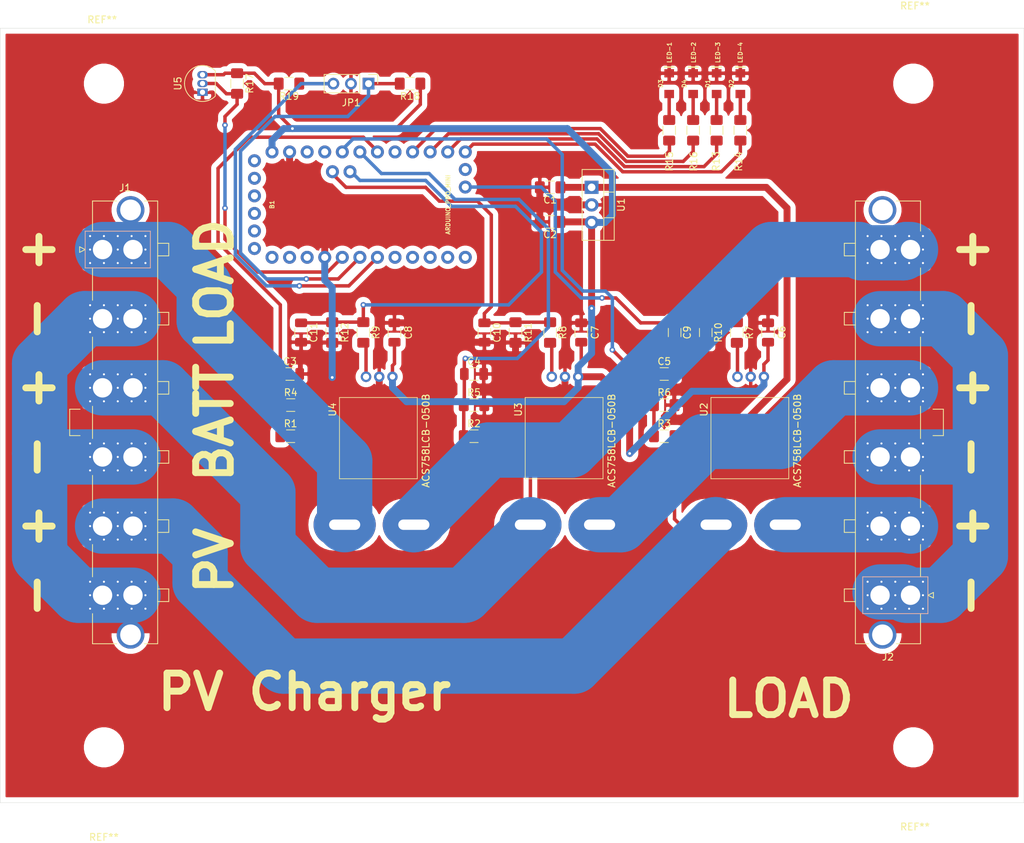
<source format=kicad_pcb>
(kicad_pcb (version 20171130) (host pcbnew "(5.1.6)-1")
  (layers (0 F.Cu signal) (31 B.Cu signal) (34 B.Paste user) (35 F.Paste user) (36 B.SilkS user) (37 F.SilkS user) (38 B.Mask user) (39 F.Mask user) (44 Edge.Cuts user))
  (net 0 "")
  (net 1 GND)
  (net 2 /5V)
  (net 3 /V_SENSE_PV)
  (net 4 /V_SENSE_BATT)
  (net 5 /V_SENSE_LOAD)
  (net 6 /I_SENSE_LOAD)
  (net 7 /I_SENSE_BATT)
  (net 8 /I_SENSE_PV)
  (net 9 "Net-(R7-Pad2)")
  (net 10 "Net-(R8-Pad2)")
  (net 11 "Net-(R9-Pad2)")
  (net 12 /DEV_LOAD_POS)
  (net 13 /DEV_BATT_POS)
  (net 14 /DEV_PV_POS)
  (net 15 /CHG_LOAD_POS)
  (net 16 /CHG_BATT_POS)
  (net 17 /CHG_PV_POS)
  (net 18 "Net-(B1-Pad1)")
  (net 19 "Net-(B1-Pad2)")
  (net 20 "Net-(B1-Pad3)")
  (net 21 "Net-(B1-Pad8)")
  (net 22 "Net-(B1-Pad9)")
  (net 23 "Net-(B1-Pad10)")
  (net 24 "Net-(B1-Pad11)")
  (net 25 "Net-(B1-Pad12)")
  (net 26 "Net-(B1-Pad17)")
  (net 27 "Net-(B1-Pad21)")
  (net 28 "Net-(B1-Pad22)")
  (net 29 "Net-(B1-PadA7)")
  (net 30 /DATA)
  (net 31 /LED_4)
  (net 32 /LED_3)
  (net 33 /LED_2)
  (net 34 /LED_1)
  (net 35 "Net-(D1-PadA)")
  (net 36 "Net-(D2-PadA)")
  (net 37 "Net-(D3-PadA)")
  (net 38 "Net-(D4-PadA)")
  (net 39 /SEL_1)
  (net 40 /SEL_2)
  (module MountingHole:MountingHole_4.3mm_M4 (layer F.Cu) (at 201 50)
    (fp_text reference REF** (at 0.25 -11.25) (layer F.SilkS))
    (fp_text value MountingHole_4.3mm_M4)
    (pad 1 np_thru_hole circle (at 0 0) (size 4.3 4.3) (drill 4.3) (layers *.Cu *.Mask))
  )
  (module MountingHole:MountingHole_4.3mm_M4 (layer F.Cu) (at 84 50)
    (fp_text reference REF** (at -0.25 -9.25) (layer F.SilkS))
    (fp_text value MountingHole_4.3mm_M4)
    (pad 1 np_thru_hole circle (at 0 0) (size 4.3 4.3) (drill 4.3) (layers *.Cu *.Mask))
  )
  (module MountingHole:MountingHole_4.3mm_M4 (layer F.Cu) (at 84 146)
    (fp_text reference REF** (at 0 13) (layer F.SilkS))
    (fp_text value MountingHole_4.3mm_M4)
    (pad 1 np_thru_hole circle (at 0 0) (size 4.3 4.3) (drill 4.3) (layers *.Cu *.Mask))
  )
  (module MountingHole:MountingHole_4.3mm_M4 (layer F.Cu) (at 201 146)
    (fp_text reference REF** (at 0.25 11.5) (layer F.SilkS))
    (fp_text value MountingHole_4.3mm_M4)
    (pad 1 np_thru_hole circle (at 0 0) (size 4.3 4.3) (drill 4.3) (layers *.Cu *.Mask))
  )
  (module Connector_Molex:Molex_Mini-Fit_Sr_42819-62XX_1x06_P10.00mm_Vertical_ThermalVias (layer F.Cu) (at 200.6 124 180)
    (fp_text reference J2 (at 3.26 -8.93) (layer F.SilkS))
    (fp_text value Devices)
    (pad 1 thru_hole rect (at 0 0 180) (size 4.5 4.8) (drill 2.8) (layers *.Cu *.Mask) (net 1 GND))
    (pad 2 thru_hole rect (at 0 10 180) (size 4.5 4.8) (drill 2.8) (layers *.Cu *.Mask) (net 12 /DEV_LOAD_POS))
    (pad 3 thru_hole rect (at 0 20 180) (size 4.5 4.8) (drill 2.8) (layers *.Cu *.Mask) (net 1 GND))
    (pad 4 thru_hole rect (at 0 30 180) (size 4.5 4.8) (drill 2.8) (layers *.Cu *.Mask) (net 13 /DEV_BATT_POS))
    (pad 5 thru_hole rect (at 0 40 180) (size 4.5 4.8) (drill 2.8) (layers *.Cu *.Mask) (net 1 GND))
    (pad 6 thru_hole rect (at 0 50 180) (size 4.5 4.8) (drill 2.8) (layers *.Cu *.Mask) (net 14 /DEV_PV_POS))
    (pad 1 thru_hole rect (at 4.4 0 180) (size 4.5 4.8) (drill 2.8) (layers *.Cu *.Mask) (net 1 GND))
    (pad 2 thru_hole rect (at 4.4 10 180) (size 4.5 4.8) (drill 2.8) (layers *.Cu *.Mask) (net 12 /DEV_LOAD_POS))
    (pad 3 thru_hole rect (at 4.4 20 180) (size 4.5 4.8) (drill 2.8) (layers *.Cu *.Mask) (net 1 GND))
    (pad 4 thru_hole rect (at 4.4 30 180) (size 4.5 4.8) (drill 2.8) (layers *.Cu *.Mask) (net 13 /DEV_BATT_POS))
    (pad 5 thru_hole rect (at 4.4 40 180) (size 4.5 4.8) (drill 2.8) (layers *.Cu *.Mask) (net 1 GND))
    (pad 6 thru_hole rect (at 4.4 50 180) (size 4.5 4.8) (drill 2.8) (layers *.Cu *.Mask) (net 14 /DEV_PV_POS))
    (pad 1 thru_hole roundrect (at -1.8 0 180) (size 0.6 0.6) (drill 0.3) (layers *.Cu *.Mask) (net 1 GND))
    (pad 1 thru_hole roundrect (at 2.2 0 180) (size 0.6 0.6) (drill 0.3) (layers *.Cu *.Mask) (net 1 GND))
    (pad 1 thru_hole roundrect (at 6.2 0 180) (size 0.6 0.6) (drill 0.3) (layers *.Cu *.Mask) (net 1 GND))
    (pad 1 thru_hole roundrect (at -1.8 -1.95 180) (size 0.6 0.6) (drill 0.3) (layers *.Cu *.Mask) (net 1 GND))
    (pad 1 thru_hole roundrect (at 0.2 -1.95 180) (size 0.6 0.6) (drill 0.3) (layers *.Cu *.Mask) (net 1 GND))
    (pad 1 thru_hole roundrect (at 2.2 -1.95 180) (size 0.6 0.6) (drill 0.3) (layers *.Cu *.Mask) (net 1 GND))
    (pad 1 thru_hole roundrect (at 4.2 -1.95 180) (size 0.6 0.6) (drill 0.3) (layers *.Cu *.Mask) (net 1 GND))
    (pad 1 thru_hole roundrect (at 6.2 -1.95 180) (size 0.6 0.6) (drill 0.3) (layers *.Cu *.Mask) (net 1 GND))
    (pad 1 thru_hole roundrect (at -1.8 1.95 180) (size 0.6 0.6) (drill 0.3) (layers *.Cu *.Mask) (net 1 GND))
    (pad 1 thru_hole roundrect (at 0.2 1.95 180) (size 0.6 0.6) (drill 0.3) (layers *.Cu *.Mask) (net 1 GND))
    (pad 1 thru_hole roundrect (at 2.2 1.95 180) (size 0.6 0.6) (drill 0.3) (layers *.Cu *.Mask) (net 1 GND))
    (pad 1 thru_hole roundrect (at 4.2 1.95 180) (size 0.6 0.6) (drill 0.3) (layers *.Cu *.Mask) (net 1 GND))
    (pad 1 thru_hole roundrect (at 6.2 1.95 180) (size 0.6 0.6) (drill 0.3) (layers *.Cu *.Mask) (net 1 GND))
    (pad 2 thru_hole circle (at -1.8 10 180) (size 0.6 0.6) (drill 0.3) (layers *.Cu *.Mask) (net 12 /DEV_LOAD_POS))
    (pad 2 thru_hole circle (at 2.2 10 180) (size 0.6 0.6) (drill 0.3) (layers *.Cu *.Mask) (net 12 /DEV_LOAD_POS))
    (pad 2 thru_hole circle (at 6.2 10 180) (size 0.6 0.6) (drill 0.3) (layers *.Cu *.Mask) (net 12 /DEV_LOAD_POS))
    (pad 2 thru_hole circle (at -1.8 8.05 180) (size 0.6 0.6) (drill 0.3) (layers *.Cu *.Mask) (net 12 /DEV_LOAD_POS))
    (pad 2 thru_hole circle (at 0.2 8.05 180) (size 0.6 0.6) (drill 0.3) (layers *.Cu *.Mask) (net 12 /DEV_LOAD_POS))
    (pad 2 thru_hole circle (at 2.2 8.05 180) (size 0.6 0.6) (drill 0.3) (layers *.Cu *.Mask) (net 12 /DEV_LOAD_POS))
    (pad 2 thru_hole circle (at 4.2 8.05 180) (size 0.6 0.6) (drill 0.3) (layers *.Cu *.Mask) (net 12 /DEV_LOAD_POS))
    (pad 2 thru_hole circle (at 6.2 8.05 180) (size 0.6 0.6) (drill 0.3) (layers *.Cu *.Mask) (net 12 /DEV_LOAD_POS))
    (pad 2 thru_hole circle (at -1.8 11.95 180) (size 0.6 0.6) (drill 0.3) (layers *.Cu *.Mask) (net 12 /DEV_LOAD_POS))
    (pad 2 thru_hole circle (at 0.2 11.95 180) (size 0.6 0.6) (drill 0.3) (layers *.Cu *.Mask) (net 12 /DEV_LOAD_POS))
    (pad 2 thru_hole circle (at 2.2 11.95 180) (size 0.6 0.6) (drill 0.3) (layers *.Cu *.Mask) (net 12 /DEV_LOAD_POS))
    (pad 2 thru_hole circle (at 4.2 11.95 180) (size 0.6 0.6) (drill 0.3) (layers *.Cu *.Mask) (net 12 /DEV_LOAD_POS))
    (pad 2 thru_hole circle (at 6.2 11.95 180) (size 0.6 0.6) (drill 0.3) (layers *.Cu *.Mask) (net 12 /DEV_LOAD_POS))
    (pad 3 thru_hole circle (at -1.8 20 180) (size 0.6 0.6) (drill 0.3) (layers *.Cu *.Mask) (net 1 GND))
    (pad 3 thru_hole circle (at 2.2 20 180) (size 0.6 0.6) (drill 0.3) (layers *.Cu *.Mask) (net 1 GND))
    (pad 3 thru_hole circle (at 6.2 20 180) (size 0.6 0.6) (drill 0.3) (layers *.Cu *.Mask) (net 1 GND))
    (pad 3 thru_hole circle (at -1.8 18.05 180) (size 0.6 0.6) (drill 0.3) (layers *.Cu *.Mask) (net 1 GND))
    (pad 3 thru_hole circle (at 0.2 18.05 180) (size 0.6 0.6) (drill 0.3) (layers *.Cu *.Mask) (net 1 GND))
    (pad 3 thru_hole circle (at 2.2 18.05 180) (size 0.6 0.6) (drill 0.3) (layers *.Cu *.Mask) (net 1 GND))
    (pad 3 thru_hole circle (at 4.2 18.05 180) (size 0.6 0.6) (drill 0.3) (layers *.Cu *.Mask) (net 1 GND))
    (pad 3 thru_hole circle (at 6.2 18.05 180) (size 0.6 0.6) (drill 0.3) (layers *.Cu *.Mask) (net 1 GND))
    (pad 3 thru_hole circle (at -1.8 21.95 180) (size 0.6 0.6) (drill 0.3) (layers *.Cu *.Mask) (net 1 GND))
    (pad 3 thru_hole circle (at 0.2 21.95 180) (size 0.6 0.6) (drill 0.3) (layers *.Cu *.Mask) (net 1 GND))
    (pad 3 thru_hole circle (at 2.2 21.95 180) (size 0.6 0.6) (drill 0.3) (layers *.Cu *.Mask) (net 1 GND))
    (pad 3 thru_hole circle (at 4.2 21.95 180) (size 0.6 0.6) (drill 0.3) (layers *.Cu *.Mask) (net 1 GND))
    (pad 3 thru_hole circle (at 6.2 21.95 180) (size 0.6 0.6) (drill 0.3) (layers *.Cu *.Mask) (net 1 GND))
    (pad 4 thru_hole circle (at -1.8 30 180) (size 0.6 0.6) (drill 0.3) (layers *.Cu *.Mask) (net 13 /DEV_BATT_POS))
    (pad 4 thru_hole circle (at 2.2 30 180) (size 0.6 0.6) (drill 0.3) (layers *.Cu *.Mask) (net 13 /DEV_BATT_POS))
    (pad 4 thru_hole circle (at 6.2 30 180) (size 0.6 0.6) (drill 0.3) (layers *.Cu *.Mask) (net 13 /DEV_BATT_POS))
    (pad 4 thru_hole circle (at -1.8 28.05 180) (size 0.6 0.6) (drill 0.3) (layers *.Cu *.Mask) (net 13 /DEV_BATT_POS))
    (pad 4 thru_hole circle (at 0.2 28.05 180) (size 0.6 0.6) (drill 0.3) (layers *.Cu *.Mask) (net 13 /DEV_BATT_POS))
    (pad 4 thru_hole circle (at 2.2 28.05 180) (size 0.6 0.6) (drill 0.3) (layers *.Cu *.Mask) (net 13 /DEV_BATT_POS))
    (pad 4 thru_hole circle (at 4.2 28.05 180) (size 0.6 0.6) (drill 0.3) (layers *.Cu *.Mask) (net 13 /DEV_BATT_POS))
    (pad 4 thru_hole circle (at 6.2 28.05 180) (size 0.6 0.6) (drill 0.3) (layers *.Cu *.Mask) (net 13 /DEV_BATT_POS))
    (pad 4 thru_hole circle (at -1.8 31.95 180) (size 0.6 0.6) (drill 0.3) (layers *.Cu *.Mask) (net 13 /DEV_BATT_POS))
    (pad 4 thru_hole circle (at 0.2 31.95 180) (size 0.6 0.6) (drill 0.3) (layers *.Cu *.Mask) (net 13 /DEV_BATT_POS))
    (pad 4 thru_hole circle (at 2.2 31.95 180) (size 0.6 0.6) (drill 0.3) (layers *.Cu *.Mask) (net 13 /DEV_BATT_POS))
    (pad 4 thru_hole circle (at 4.2 31.95 180) (size 0.6 0.6) (drill 0.3) (layers *.Cu *.Mask) (net 13 /DEV_BATT_POS))
    (pad 4 thru_hole circle (at 6.2 31.95 180) (size 0.6 0.6) (drill 0.3) (layers *.Cu *.Mask) (net 13 /DEV_BATT_POS))
    (pad 5 thru_hole circle (at -1.8 40 180) (size 0.6 0.6) (drill 0.3) (layers *.Cu *.Mask) (net 1 GND))
    (pad 5 thru_hole circle (at 2.2 40 180) (size 0.6 0.6) (drill 0.3) (layers *.Cu *.Mask) (net 1 GND))
    (pad 5 thru_hole circle (at 6.2 40 180) (size 0.6 0.6) (drill 0.3) (layers *.Cu *.Mask) (net 1 GND))
    (pad 5 thru_hole circle (at -1.8 38.05 180) (size 0.6 0.6) (drill 0.3) (layers *.Cu *.Mask) (net 1 GND))
    (pad 5 thru_hole circle (at 0.2 38.05 180) (size 0.6 0.6) (drill 0.3) (layers *.Cu *.Mask) (net 1 GND))
    (pad 5 thru_hole circle (at 2.2 38.05 180) (size 0.6 0.6) (drill 0.3) (layers *.Cu *.Mask) (net 1 GND))
    (pad 5 thru_hole circle (at 4.2 38.05 180) (size 0.6 0.6) (drill 0.3) (layers *.Cu *.Mask) (net 1 GND))
    (pad 5 thru_hole circle (at 6.2 38.05 180) (size 0.6 0.6) (drill 0.3) (layers *.Cu *.Mask) (net 1 GND))
    (pad 5 thru_hole circle (at -1.8 41.95 180) (size 0.6 0.6) (drill 0.3) (layers *.Cu *.Mask) (net 1 GND))
    (pad 5 thru_hole circle (at 0.2 41.95 180) (size 0.6 0.6) (drill 0.3) (layers *.Cu *.Mask) (net 1 GND))
    (pad 5 thru_hole circle (at 2.2 41.95 180) (size 0.6 0.6) (drill 0.3) (layers *.Cu *.Mask) (net 1 GND))
    (pad 5 thru_hole circle (at 4.2 41.95 180) (size 0.6 0.6) (drill 0.3) (layers *.Cu *.Mask) (net 1 GND))
    (pad 5 thru_hole circle (at 6.2 41.95 180) (size 0.6 0.6) (drill 0.3) (layers *.Cu *.Mask) (net 1 GND))
    (pad 6 thru_hole circle (at -1.8 50 180) (size 0.6 0.6) (drill 0.3) (layers *.Cu *.Mask) (net 14 /DEV_PV_POS))
    (pad 6 thru_hole circle (at 2.2 50 180) (size 0.6 0.6) (drill 0.3) (layers *.Cu *.Mask) (net 14 /DEV_PV_POS))
    (pad 6 thru_hole circle (at 6.2 50 180) (size 0.6 0.6) (drill 0.3) (layers *.Cu *.Mask) (net 14 /DEV_PV_POS))
    (pad 6 thru_hole circle (at -1.8 48.05 180) (size 0.6 0.6) (drill 0.3) (layers *.Cu *.Mask) (net 14 /DEV_PV_POS))
    (pad 6 thru_hole circle (at 0.2 48.05 180) (size 0.6 0.6) (drill 0.3) (layers *.Cu *.Mask) (net 14 /DEV_PV_POS))
    (pad 6 thru_hole circle (at 2.2 48.05 180) (size 0.6 0.6) (drill 0.3) (layers *.Cu *.Mask) (net 14 /DEV_PV_POS))
    (pad 6 thru_hole circle (at 4.2 48.05 180) (size 0.6 0.6) (drill 0.3) (layers *.Cu *.Mask) (net 14 /DEV_PV_POS))
    (pad 6 thru_hole circle (at 6.2 48.05 180) (size 0.6 0.6) (drill 0.3) (layers *.Cu *.Mask) (net 14 /DEV_PV_POS))
    (pad 6 thru_hole circle (at -1.8 51.95 180) (size 0.6 0.6) (drill 0.3) (layers *.Cu *.Mask) (net 14 /DEV_PV_POS))
    (pad 6 thru_hole circle (at 0.2 51.95 180) (size 0.6 0.6) (drill 0.3) (layers *.Cu *.Mask) (net 14 /DEV_PV_POS))
    (pad 6 thru_hole circle (at 2.2 51.95 180) (size 0.6 0.6) (drill 0.3) (layers *.Cu *.Mask) (net 14 /DEV_PV_POS))
    (pad 6 thru_hole circle (at 4.2 51.95 180) (size 0.6 0.6) (drill 0.3) (layers *.Cu *.Mask) (net 14 /DEV_PV_POS))
    (pad 6 thru_hole circle (at 6.2 51.95 180) (size 0.6 0.6) (drill 0.3) (layers *.Cu *.Mask) (net 14 /DEV_PV_POS))
    (pad "" thru_hole circle (at 4.05 -5.73 180) (size 4 4) (drill 3) (layers *.Cu *.Mask))
    (pad "" thru_hole circle (at 4.05 55.73 180) (size 4 4) (drill 3) (layers *.Cu *.Mask))
  )
  (module Capacitor_SMD:C_1206_3216Metric_Pad1.42x1.75mm_HandSolder (layer F.Cu) (at 148.5 65 180)
    (fp_text reference C1 (at 0 -1.82) (layer F.SilkS))
    (fp_text value 0.33UF-1206)
    (pad 2 smd roundrect (at 1.4875 0 180) (size 1.425 1.75) (layers F.Cu F.Paste F.Mask) (roundrect_rratio 0.175439) (net 1 GND))
    (pad 1 smd roundrect (at -1.4875 0 180) (size 1.425 1.75) (layers F.Cu F.Paste F.Mask) (roundrect_rratio 0.175439) (net 15 /CHG_LOAD_POS))
  )
  (module Capacitor_SMD:C_1206_3216Metric_Pad1.42x1.75mm_HandSolder (layer F.Cu) (at 148.5 70 180)
    (fp_text reference C2 (at 0 -1.82) (layer F.SilkS))
    (fp_text value 0.1UF-1206)
    (pad 1 smd roundrect (at -1.4875 0 180) (size 1.425 1.75) (layers F.Cu F.Paste F.Mask) (roundrect_rratio 0.175439) (net 2 /5V))
    (pad 2 smd roundrect (at 1.4875 0 180) (size 1.425 1.75) (layers F.Cu F.Paste F.Mask) (roundrect_rratio 0.175439) (net 1 GND))
  )
  (module Capacitor_SMD:C_1206_3216Metric (layer F.Cu) (at 110.9 92)
    (fp_text reference C3 (at 0 -1.82) (layer F.SilkS))
    (fp_text value 10n)
    (pad 1 smd roundrect (at -1.4 0) (size 1.25 1.75) (layers F.Cu F.Paste F.Mask) (roundrect_rratio 0.2) (net 3 /V_SENSE_PV))
    (pad 2 smd roundrect (at 1.4 0) (size 1.25 1.75) (layers F.Cu F.Paste F.Mask) (roundrect_rratio 0.2) (net 1 GND))
  )
  (module Capacitor_SMD:C_1206_3216Metric (layer F.Cu) (at 137.5 92)
    (fp_text reference C4 (at 0 -1.82) (layer F.SilkS))
    (fp_text value 10n)
    (pad 2 smd roundrect (at 1.4 0) (size 1.25 1.75) (layers F.Cu F.Paste F.Mask) (roundrect_rratio 0.2) (net 1 GND))
    (pad 1 smd roundrect (at -1.4 0) (size 1.25 1.75) (layers F.Cu F.Paste F.Mask) (roundrect_rratio 0.2) (net 4 /V_SENSE_BATT))
  )
  (module Capacitor_SMD:C_1206_3216Metric (layer F.Cu) (at 165 92)
    (fp_text reference C5 (at 0 -1.82) (layer F.SilkS))
    (fp_text value 10n)
    (pad 1 smd roundrect (at -1.4 0) (size 1.25 1.75) (layers F.Cu F.Paste F.Mask) (roundrect_rratio 0.2) (net 5 /V_SENSE_LOAD))
    (pad 2 smd roundrect (at 1.4 0) (size 1.25 1.75) (layers F.Cu F.Paste F.Mask) (roundrect_rratio 0.2) (net 1 GND))
  )
  (module Capacitor_SMD:C_1206_3216Metric (layer F.Cu) (at 180 86 90)
    (fp_text reference C6 (at 0 2 90) (layer F.SilkS))
    (fp_text value 10n)
    (pad 1 smd roundrect (at -1.4 0 90) (size 1.25 1.75) (layers F.Cu F.Paste F.Mask) (roundrect_rratio 0.2) (net 2 /5V))
    (pad 2 smd roundrect (at 1.4 0 90) (size 1.25 1.75) (layers F.Cu F.Paste F.Mask) (roundrect_rratio 0.2) (net 1 GND))
  )
  (module Capacitor_SMD:C_1206_3216Metric (layer F.Cu) (at 153 86 90)
    (fp_text reference C7 (at 0 2 90) (layer F.SilkS))
    (fp_text value 10n)
    (pad 2 smd roundrect (at 1.4 0 90) (size 1.25 1.75) (layers F.Cu F.Paste F.Mask) (roundrect_rratio 0.2) (net 1 GND))
    (pad 1 smd roundrect (at -1.4 0 90) (size 1.25 1.75) (layers F.Cu F.Paste F.Mask) (roundrect_rratio 0.2) (net 2 /5V))
  )
  (module Capacitor_SMD:C_1206_3216Metric (layer F.Cu) (at 126 86 90)
    (fp_text reference C8 (at 0 2 90) (layer F.SilkS))
    (fp_text value 10n)
    (pad 2 smd roundrect (at 1.4 0 90) (size 1.25 1.75) (layers F.Cu F.Paste F.Mask) (roundrect_rratio 0.2) (net 1 GND))
    (pad 1 smd roundrect (at -1.4 0 90) (size 1.25 1.75) (layers F.Cu F.Paste F.Mask) (roundrect_rratio 0.2) (net 2 /5V))
  )
  (module Capacitor_SMD:C_1206_3216Metric (layer F.Cu) (at 166.5 86 270)
    (fp_text reference C9 (at 0 -1.82 90) (layer F.SilkS))
    (fp_text value 10n)
    (pad 2 smd roundrect (at 1.4 0 270) (size 1.25 1.75) (layers F.Cu F.Paste F.Mask) (roundrect_rratio 0.2) (net 1 GND))
    (pad 1 smd roundrect (at -1.4 0 270) (size 1.25 1.75) (layers F.Cu F.Paste F.Mask) (roundrect_rratio 0.2) (net 6 /I_SENSE_LOAD))
  )
  (module Capacitor_SMD:C_1206_3216Metric (layer F.Cu) (at 139 86 270)
    (fp_text reference C10 (at 0 -1.82 90) (layer F.SilkS))
    (fp_text value 10n)
    (pad 1 smd roundrect (at -1.4 0 270) (size 1.25 1.75) (layers F.Cu F.Paste F.Mask) (roundrect_rratio 0.2) (net 7 /I_SENSE_BATT))
    (pad 2 smd roundrect (at 1.4 0 270) (size 1.25 1.75) (layers F.Cu F.Paste F.Mask) (roundrect_rratio 0.2) (net 1 GND))
  )
  (module Capacitor_SMD:C_1206_3216Metric (layer F.Cu) (at 112.5 86 270)
    (fp_text reference C11 (at 0 -1.82 90) (layer F.SilkS))
    (fp_text value 10n)
    (pad 1 smd roundrect (at -1.4 0 270) (size 1.25 1.75) (layers F.Cu F.Paste F.Mask) (roundrect_rratio 0.2) (net 8 /I_SENSE_PV))
    (pad 2 smd roundrect (at 1.4 0 270) (size 1.25 1.75) (layers F.Cu F.Paste F.Mask) (roundrect_rratio 0.2) (net 1 GND))
  )
  (module Connector_Molex:Molex_Mini-Fit_Sr_42819-62XX_1x06_P10.00mm_Vertical_ThermalVias (layer F.Cu) (at 83.8 74)
    (fp_text reference J1 (at 3.26 -8.93) (layer F.SilkS))
    (fp_text value "Charge Controller")
    (pad "" thru_hole circle (at 4.05 55.73) (size 4 4) (drill 3) (layers *.Cu *.Mask))
    (pad "" thru_hole circle (at 4.05 -5.73) (size 4 4) (drill 3) (layers *.Cu *.Mask))
    (pad 6 thru_hole circle (at 6.2 51.95) (size 0.6 0.6) (drill 0.3) (layers *.Cu *.Mask) (net 1 GND))
    (pad 6 thru_hole circle (at 4.2 51.95) (size 0.6 0.6) (drill 0.3) (layers *.Cu *.Mask) (net 1 GND))
    (pad 6 thru_hole circle (at 2.2 51.95) (size 0.6 0.6) (drill 0.3) (layers *.Cu *.Mask) (net 1 GND))
    (pad 6 thru_hole circle (at 0.2 51.95) (size 0.6 0.6) (drill 0.3) (layers *.Cu *.Mask) (net 1 GND))
    (pad 6 thru_hole circle (at -1.8 51.95) (size 0.6 0.6) (drill 0.3) (layers *.Cu *.Mask) (net 1 GND))
    (pad 6 thru_hole circle (at 6.2 48.05) (size 0.6 0.6) (drill 0.3) (layers *.Cu *.Mask) (net 1 GND))
    (pad 6 thru_hole circle (at 4.2 48.05) (size 0.6 0.6) (drill 0.3) (layers *.Cu *.Mask) (net 1 GND))
    (pad 6 thru_hole circle (at 2.2 48.05) (size 0.6 0.6) (drill 0.3) (layers *.Cu *.Mask) (net 1 GND))
    (pad 6 thru_hole circle (at 0.2 48.05) (size 0.6 0.6) (drill 0.3) (layers *.Cu *.Mask) (net 1 GND))
    (pad 6 thru_hole circle (at -1.8 48.05) (size 0.6 0.6) (drill 0.3) (layers *.Cu *.Mask) (net 1 GND))
    (pad 6 thru_hole circle (at 6.2 50) (size 0.6 0.6) (drill 0.3) (layers *.Cu *.Mask) (net 1 GND))
    (pad 6 thru_hole circle (at 2.2 50) (size 0.6 0.6) (drill 0.3) (layers *.Cu *.Mask) (net 1 GND))
    (pad 6 thru_hole circle (at -1.8 50) (size 0.6 0.6) (drill 0.3) (layers *.Cu *.Mask) (net 1 GND))
    (pad 5 thru_hole circle (at 6.2 41.95) (size 0.6 0.6) (drill 0.3) (layers *.Cu *.Mask) (net 15 /CHG_LOAD_POS))
    (pad 5 thru_hole circle (at 4.2 41.95) (size 0.6 0.6) (drill 0.3) (layers *.Cu *.Mask) (net 15 /CHG_LOAD_POS))
    (pad 5 thru_hole circle (at 2.2 41.95) (size 0.6 0.6) (drill 0.3) (layers *.Cu *.Mask) (net 15 /CHG_LOAD_POS))
    (pad 5 thru_hole circle (at 0.2 41.95) (size 0.6 0.6) (drill 0.3) (layers *.Cu *.Mask) (net 15 /CHG_LOAD_POS))
    (pad 5 thru_hole circle (at -1.8 41.95) (size 0.6 0.6) (drill 0.3) (layers *.Cu *.Mask) (net 15 /CHG_LOAD_POS))
    (pad 5 thru_hole circle (at 6.2 38.05) (size 0.6 0.6) (drill 0.3) (layers *.Cu *.Mask) (net 15 /CHG_LOAD_POS))
    (pad 5 thru_hole circle (at 4.2 38.05) (size 0.6 0.6) (drill 0.3) (layers *.Cu *.Mask) (net 15 /CHG_LOAD_POS))
    (pad 5 thru_hole circle (at 2.2 38.05) (size 0.6 0.6) (drill 0.3) (layers *.Cu *.Mask) (net 15 /CHG_LOAD_POS))
    (pad 5 thru_hole circle (at 0.2 38.05) (size 0.6 0.6) (drill 0.3) (layers *.Cu *.Mask) (net 15 /CHG_LOAD_POS))
    (pad 5 thru_hole circle (at -1.8 38.05) (size 0.6 0.6) (drill 0.3) (layers *.Cu *.Mask) (net 15 /CHG_LOAD_POS))
    (pad 5 thru_hole circle (at 6.2 40) (size 0.6 0.6) (drill 0.3) (layers *.Cu *.Mask) (net 15 /CHG_LOAD_POS))
    (pad 5 thru_hole circle (at 2.2 40) (size 0.6 0.6) (drill 0.3) (layers *.Cu *.Mask) (net 15 /CHG_LOAD_POS))
    (pad 5 thru_hole circle (at -1.8 40) (size 0.6 0.6) (drill 0.3) (layers *.Cu *.Mask) (net 15 /CHG_LOAD_POS))
    (pad 4 thru_hole circle (at 6.2 31.95) (size 0.6 0.6) (drill 0.3) (layers *.Cu *.Mask) (net 1 GND))
    (pad 4 thru_hole circle (at 4.2 31.95) (size 0.6 0.6) (drill 0.3) (layers *.Cu *.Mask) (net 1 GND))
    (pad 4 thru_hole circle (at 2.2 31.95) (size 0.6 0.6) (drill 0.3) (layers *.Cu *.Mask) (net 1 GND))
    (pad 4 thru_hole circle (at 0.2 31.95) (size 0.6 0.6) (drill 0.3) (layers *.Cu *.Mask) (net 1 GND))
    (pad 4 thru_hole circle (at -1.8 31.95) (size 0.6 0.6) (drill 0.3) (layers *.Cu *.Mask) (net 1 GND))
    (pad 4 thru_hole circle (at 6.2 28.05) (size 0.6 0.6) (drill 0.3) (layers *.Cu *.Mask) (net 1 GND))
    (pad 4 thru_hole circle (at 4.2 28.05) (size 0.6 0.6) (drill 0.3) (layers *.Cu *.Mask) (net 1 GND))
    (pad 4 thru_hole circle (at 2.2 28.05) (size 0.6 0.6) (drill 0.3) (layers *.Cu *.Mask) (net 1 GND))
    (pad 4 thru_hole circle (at 0.2 28.05) (size 0.6 0.6) (drill 0.3) (layers *.Cu *.Mask) (net 1 GND))
    (pad 4 thru_hole circle (at -1.8 28.05) (size 0.6 0.6) (drill 0.3) (layers *.Cu *.Mask) (net 1 GND))
    (pad 4 thru_hole circle (at 6.2 30) (size 0.6 0.6) (drill 0.3) (layers *.Cu *.Mask) (net 1 GND))
    (pad 4 thru_hole circle (at 2.2 30) (size 0.6 0.6) (drill 0.3) (layers *.Cu *.Mask) (net 1 GND))
    (pad 4 thru_hole circle (at -1.8 30) (size 0.6 0.6) (drill 0.3) (layers *.Cu *.Mask) (net 1 GND))
    (pad 3 thru_hole circle (at 6.2 21.95) (size 0.6 0.6) (drill 0.3) (layers *.Cu *.Mask) (net 16 /CHG_BATT_POS))
    (pad 3 thru_hole circle (at 4.2 21.95) (size 0.6 0.6) (drill 0.3) (layers *.Cu *.Mask) (net 16 /CHG_BATT_POS))
    (pad 3 thru_hole circle (at 2.2 21.95) (size 0.6 0.6) (drill 0.3) (layers *.Cu *.Mask) (net 16 /CHG_BATT_POS))
    (pad 3 thru_hole circle (at 0.2 21.95) (size 0.6 0.6) (drill 0.3) (layers *.Cu *.Mask) (net 16 /CHG_BATT_POS))
    (pad 3 thru_hole circle (at -1.8 21.95) (size 0.6 0.6) (drill 0.3) (layers *.Cu *.Mask) (net 16 /CHG_BATT_POS))
    (pad 3 thru_hole circle (at 6.2 18.05) (size 0.6 0.6) (drill 0.3) (layers *.Cu *.Mask) (net 16 /CHG_BATT_POS))
    (pad 3 thru_hole circle (at 4.2 18.05) (size 0.6 0.6) (drill 0.3) (layers *.Cu *.Mask) (net 16 /CHG_BATT_POS))
    (pad 3 thru_hole circle (at 2.2 18.05) (size 0.6 0.6) (drill 0.3) (layers *.Cu *.Mask) (net 16 /CHG_BATT_POS))
    (pad 3 thru_hole circle (at 0.2 18.05) (size 0.6 0.6) (drill 0.3) (layers *.Cu *.Mask) (net 16 /CHG_BATT_POS))
    (pad 3 thru_hole circle (at -1.8 18.05) (size 0.6 0.6) (drill 0.3) (layers *.Cu *.Mask) (net 16 /CHG_BATT_POS))
    (pad 3 thru_hole circle (at 6.2 20) (size 0.6 0.6) (drill 0.3) (layers *.Cu *.Mask) (net 16 /CHG_BATT_POS))
    (pad 3 thru_hole circle (at 2.2 20) (size 0.6 0.6) (drill 0.3) (layers *.Cu *.Mask) (net 16 /CHG_BATT_POS))
    (pad 3 thru_hole circle (at -1.8 20) (size 0.6 0.6) (drill 0.3) (layers *.Cu *.Mask) (net 16 /CHG_BATT_POS))
    (pad 2 thru_hole circle (at 6.2 11.95) (size 0.6 0.6) (drill 0.3) (layers *.Cu *.Mask) (net 1 GND))
    (pad 2 thru_hole circle (at 4.2 11.95) (size 0.6 0.6) (drill 0.3) (layers *.Cu *.Mask) (net 1 GND))
    (pad 2 thru_hole circle (at 2.2 11.95) (size 0.6 0.6) (drill 0.3) (layers *.Cu *.Mask) (net 1 GND))
    (pad 2 thru_hole circle (at 0.2 11.95) (size 0.6 0.6) (drill 0.3) (layers *.Cu *.Mask) (net 1 GND))
    (pad 2 thru_hole circle (at -1.8 11.95) (size 0.6 0.6) (drill 0.3) (layers *.Cu *.Mask) (net 1 GND))
    (pad 2 thru_hole circle (at 6.2 8.05) (size 0.6 0.6) (drill 0.3) (layers *.Cu *.Mask) (net 1 GND))
    (pad 2 thru_hole circle (at 4.2 8.05) (size 0.6 0.6) (drill 0.3) (layers *.Cu *.Mask) (net 1 GND))
    (pad 2 thru_hole circle (at 2.2 8.05) (size 0.6 0.6) (drill 0.3) (layers *.Cu *.Mask) (net 1 GND))
    (pad 2 thru_hole circle (at 0.2 8.05) (size 0.6 0.6) (drill 0.3) (layers *.Cu *.Mask) (net 1 GND))
    (pad 2 thru_hole circle (at -1.8 8.05) (size 0.6 0.6) (drill 0.3) (layers *.Cu *.Mask) (net 1 GND))
    (pad 2 thru_hole circle (at 6.2 10) (size 0.6 0.6) (drill 0.3) (layers *.Cu *.Mask) (net 1 GND))
    (pad 2 thru_hole circle (at 2.2 10) (size 0.6 0.6) (drill 0.3) (layers *.Cu *.Mask) (net 1 GND))
    (pad 2 thru_hole circle (at -1.8 10) (size 0.6 0.6) (drill 0.3) (layers *.Cu *.Mask) (net 1 GND))
    (pad 1 thru_hole roundrect (at 6.2 1.95) (size 0.6 0.6) (drill 0.3) (layers *.Cu *.Mask) (net 17 /CHG_PV_POS))
    (pad 1 thru_hole roundrect (at 4.2 1.95) (size 0.6 0.6) (drill 0.3) (layers *.Cu *.Mask) (net 17 /CHG_PV_POS))
    (pad 1 thru_hole roundrect (at 2.2 1.95) (size 0.6 0.6) (drill 0.3) (layers *.Cu *.Mask) (net 17 /CHG_PV_POS))
    (pad 1 thru_hole roundrect (at 0.2 1.95) (size 0.6 0.6) (drill 0.3) (layers *.Cu *.Mask) (net 17 /CHG_PV_POS))
    (pad 1 thru_hole roundrect (at -1.8 1.95) (size 0.6 0.6) (drill 0.3) (layers *.Cu *.Mask) (net 17 /CHG_PV_POS))
    (pad 1 thru_hole roundrect (at 6.2 -1.95) (size 0.6 0.6) (drill 0.3) (layers *.Cu *.Mask) (net 17 /CHG_PV_POS))
    (pad 1 thru_hole roundrect (at 4.2 -1.95) (size 0.6 0.6) (drill 0.3) (layers *.Cu *.Mask) (net 17 /CHG_PV_POS))
    (pad 1 thru_hole roundrect (at 2.2 -1.95) (size 0.6 0.6) (drill 0.3) (layers *.Cu *.Mask) (net 17 /CHG_PV_POS))
    (pad 1 thru_hole roundrect (at 0.2 -1.95) (size 0.6 0.6) (drill 0.3) (layers *.Cu *.Mask) (net 17 /CHG_PV_POS))
    (pad 1 thru_hole roundrect (at -1.8 -1.95) (size 0.6 0.6) (drill 0.3) (layers *.Cu *.Mask) (net 17 /CHG_PV_POS))
    (pad 1 thru_hole roundrect (at 6.2 0) (size 0.6 0.6) (drill 0.3) (layers *.Cu *.Mask) (net 17 /CHG_PV_POS))
    (pad 1 thru_hole roundrect (at 2.2 0) (size 0.6 0.6) (drill 0.3) (layers *.Cu *.Mask) (net 17 /CHG_PV_POS))
    (pad 1 thru_hole roundrect (at -1.8 0) (size 0.6 0.6) (drill 0.3) (layers *.Cu *.Mask) (net 17 /CHG_PV_POS))
    (pad 6 thru_hole rect (at 4.4 50) (size 4.5 4.8) (drill 2.8) (layers *.Cu *.Mask) (net 1 GND))
    (pad 5 thru_hole rect (at 4.4 40) (size 4.5 4.8) (drill 2.8) (layers *.Cu *.Mask) (net 15 /CHG_LOAD_POS))
    (pad 4 thru_hole rect (at 4.4 30) (size 4.5 4.8) (drill 2.8) (layers *.Cu *.Mask) (net 1 GND))
    (pad 3 thru_hole rect (at 4.4 20) (size 4.5 4.8) (drill 2.8) (layers *.Cu *.Mask) (net 16 /CHG_BATT_POS))
    (pad 2 thru_hole rect (at 4.4 10) (size 4.5 4.8) (drill 2.8) (layers *.Cu *.Mask) (net 1 GND))
    (pad 1 thru_hole rect (at 4.4 0) (size 4.5 4.8) (drill 2.8) (layers *.Cu *.Mask) (net 17 /CHG_PV_POS))
    (pad 6 thru_hole rect (at 0 50) (size 4.5 4.8) (drill 2.8) (layers *.Cu *.Mask) (net 1 GND))
    (pad 5 thru_hole rect (at 0 40) (size 4.5 4.8) (drill 2.8) (layers *.Cu *.Mask) (net 15 /CHG_LOAD_POS))
    (pad 4 thru_hole rect (at 0 30) (size 4.5 4.8) (drill 2.8) (layers *.Cu *.Mask) (net 1 GND))
    (pad 3 thru_hole rect (at 0 20) (size 4.5 4.8) (drill 2.8) (layers *.Cu *.Mask) (net 16 /CHG_BATT_POS))
    (pad 2 thru_hole rect (at 0 10) (size 4.5 4.8) (drill 2.8) (layers *.Cu *.Mask) (net 1 GND))
    (pad 1 thru_hole rect (at 0 0) (size 4.5 4.8) (drill 2.8) (layers *.Cu *.Mask) (net 17 /CHG_PV_POS))
  )
  (module Resistor_SMD:R_1206_3216Metric_Pad1.42x1.75mm_HandSolder (layer F.Cu) (at 110.9875 101)
    (fp_text reference R1 (at 0 -1.82) (layer F.SilkS))
    (fp_text value 16k)
    (pad 2 smd roundrect (at 1.4875 0) (size 1.425 1.75) (layers F.Cu F.Paste F.Mask) (roundrect_rratio 0.175439) (net 17 /CHG_PV_POS))
    (pad 1 smd roundrect (at -1.4875 0) (size 1.425 1.75) (layers F.Cu F.Paste F.Mask) (roundrect_rratio 0.175439) (net 3 /V_SENSE_PV))
  )
  (module Resistor_SMD:R_1206_3216Metric_Pad1.42x1.75mm_HandSolder (layer F.Cu) (at 137.5 101)
    (fp_text reference R2 (at 0 -1.82) (layer F.SilkS))
    (fp_text value 12k)
    (pad 1 smd roundrect (at -1.4875 0) (size 1.425 1.75) (layers F.Cu F.Paste F.Mask) (roundrect_rratio 0.175439) (net 4 /V_SENSE_BATT))
    (pad 2 smd roundrect (at 1.4875 0) (size 1.425 1.75) (layers F.Cu F.Paste F.Mask) (roundrect_rratio 0.175439) (net 16 /CHG_BATT_POS))
  )
  (module Resistor_SMD:R_1206_3216Metric_Pad1.42x1.75mm_HandSolder (layer F.Cu) (at 165 101)
    (fp_text reference R3 (at 0 -1.82) (layer F.SilkS))
    (fp_text value 12k)
    (pad 1 smd roundrect (at -1.4875 0) (size 1.425 1.75) (layers F.Cu F.Paste F.Mask) (roundrect_rratio 0.175439) (net 5 /V_SENSE_LOAD))
    (pad 2 smd roundrect (at 1.4875 0) (size 1.425 1.75) (layers F.Cu F.Paste F.Mask) (roundrect_rratio 0.175439) (net 15 /CHG_LOAD_POS))
  )
  (module Resistor_SMD:R_1206_3216Metric_Pad1.42x1.75mm_HandSolder (layer F.Cu) (at 111 96.5)
    (fp_text reference R4 (at 0 -1.82) (layer F.SilkS))
    (fp_text value 1k3)
    (pad 1 smd roundrect (at -1.4875 0) (size 1.425 1.75) (layers F.Cu F.Paste F.Mask) (roundrect_rratio 0.175439) (net 3 /V_SENSE_PV))
    (pad 2 smd roundrect (at 1.4875 0) (size 1.425 1.75) (layers F.Cu F.Paste F.Mask) (roundrect_rratio 0.175439) (net 1 GND))
  )
  (module Resistor_SMD:R_1206_3216Metric_Pad1.42x1.75mm_HandSolder (layer F.Cu) (at 137.5 96.5)
    (fp_text reference R5 (at 0 -1.82) (layer F.SilkS))
    (fp_text value 3k)
    (pad 2 smd roundrect (at 1.4875 0) (size 1.425 1.75) (layers F.Cu F.Paste F.Mask) (roundrect_rratio 0.175439) (net 1 GND))
    (pad 1 smd roundrect (at -1.4875 0) (size 1.425 1.75) (layers F.Cu F.Paste F.Mask) (roundrect_rratio 0.175439) (net 4 /V_SENSE_BATT))
  )
  (module Resistor_SMD:R_1206_3216Metric_Pad1.42x1.75mm_HandSolder (layer F.Cu) (at 165 96.5)
    (fp_text reference R6 (at 0 -1.82) (layer F.SilkS))
    (fp_text value 3k)
    (pad 1 smd roundrect (at -1.4875 0) (size 1.425 1.75) (layers F.Cu F.Paste F.Mask) (roundrect_rratio 0.175439) (net 5 /V_SENSE_LOAD))
    (pad 2 smd roundrect (at 1.4875 0) (size 1.425 1.75) (layers F.Cu F.Paste F.Mask) (roundrect_rratio 0.175439) (net 1 GND))
  )
  (module Resistor_SMD:R_1206_3216Metric_Pad1.42x1.75mm_HandSolder (layer F.Cu) (at 175.5 86 270)
    (fp_text reference R7 (at 0 -1.82 90) (layer F.SilkS))
    (fp_text value 2k2)
    (pad 2 smd roundrect (at 1.4875 0 270) (size 1.425 1.75) (layers F.Cu F.Paste F.Mask) (roundrect_rratio 0.175439) (net 9 "Net-(R7-Pad2)"))
    (pad 1 smd roundrect (at -1.4875 0 270) (size 1.425 1.75) (layers F.Cu F.Paste F.Mask) (roundrect_rratio 0.175439) (net 6 /I_SENSE_LOAD))
  )
  (module Resistor_SMD:R_1206_3216Metric_Pad1.42x1.75mm_HandSolder (layer F.Cu) (at 148.5 86 270)
    (fp_text reference R8 (at 0 -1.82 90) (layer F.SilkS))
    (fp_text value 2k2)
    (pad 2 smd roundrect (at 1.4875 0 270) (size 1.425 1.75) (layers F.Cu F.Paste F.Mask) (roundrect_rratio 0.175439) (net 10 "Net-(R8-Pad2)"))
    (pad 1 smd roundrect (at -1.4875 0 270) (size 1.425 1.75) (layers F.Cu F.Paste F.Mask) (roundrect_rratio 0.175439) (net 7 /I_SENSE_BATT))
  )
  (module Resistor_SMD:R_1206_3216Metric_Pad1.42x1.75mm_HandSolder (layer F.Cu) (at 121.5 85.9875 270)
    (fp_text reference R9 (at 0 -1.82 90) (layer F.SilkS))
    (fp_text value 2k2)
    (pad 1 smd roundrect (at -1.4875 0 270) (size 1.425 1.75) (layers F.Cu F.Paste F.Mask) (roundrect_rratio 0.175439) (net 8 /I_SENSE_PV))
    (pad 2 smd roundrect (at 1.4875 0 270) (size 1.425 1.75) (layers F.Cu F.Paste F.Mask) (roundrect_rratio 0.175439) (net 11 "Net-(R9-Pad2)"))
  )
  (module Resistor_SMD:R_1206_3216Metric_Pad1.42x1.75mm_HandSolder (layer F.Cu) (at 171 86 270)
    (fp_text reference R10 (at 0 -1.82 90) (layer F.SilkS))
    (fp_text value 3k3)
    (pad 1 smd roundrect (at -1.4875 0 270) (size 1.425 1.75) (layers F.Cu F.Paste F.Mask) (roundrect_rratio 0.175439) (net 6 /I_SENSE_LOAD))
    (pad 2 smd roundrect (at 1.4875 0 270) (size 1.425 1.75) (layers F.Cu F.Paste F.Mask) (roundrect_rratio 0.175439) (net 1 GND))
  )
  (module Resistor_SMD:R_1206_3216Metric_Pad1.42x1.75mm_HandSolder (layer F.Cu) (at 143.5 86 270)
    (fp_text reference R11 (at 0 -1.82 90) (layer F.SilkS))
    (fp_text value 3k3)
    (pad 2 smd roundrect (at 1.4875 0 270) (size 1.425 1.75) (layers F.Cu F.Paste F.Mask) (roundrect_rratio 0.175439) (net 1 GND))
    (pad 1 smd roundrect (at -1.4875 0 270) (size 1.425 1.75) (layers F.Cu F.Paste F.Mask) (roundrect_rratio 0.175439) (net 7 /I_SENSE_BATT))
  )
  (module Resistor_SMD:R_1206_3216Metric_Pad1.42x1.75mm_HandSolder (layer F.Cu) (at 117 86 270)
    (fp_text reference R12 (at 0 -1.82 90) (layer F.SilkS))
    (fp_text value 3k3)
    (pad 2 smd roundrect (at 1.4875 0 270) (size 1.425 1.75) (layers F.Cu F.Paste F.Mask) (roundrect_rratio 0.175439) (net 1 GND))
    (pad 1 smd roundrect (at -1.4875 0 270) (size 1.425 1.75) (layers F.Cu F.Paste F.Mask) (roundrect_rratio 0.175439) (net 8 /I_SENSE_PV))
  )
  (module Package_TO_SOT_THT:TO-220-3_Vertical (layer F.Cu) (at 154.5 65 270)
    (fp_text reference U1 (at 2.54 -4.27 90) (layer F.SilkS))
    (fp_text value LM7805_TO220)
    (pad 1 thru_hole rect (at 0 0 270) (size 1.905 2) (drill 1.1) (layers *.Cu *.Mask) (net 15 /CHG_LOAD_POS))
    (pad 2 thru_hole oval (at 2.54 0 270) (size 1.905 2) (drill 1.1) (layers *.Cu *.Mask) (net 1 GND))
    (pad 3 thru_hole oval (at 5.08 0 270) (size 1.905 2) (drill 1.1) (layers *.Cu *.Mask) (net 2 /5V))
  )
  (module PV-Monitor:ACS758LCB-050B (layer F.Cu) (at 177.5 92.4 180)
    (fp_text reference U2 (at 6.75 -4.75 90) (layer F.SilkS))
    (fp_text value ACS758LCB-050B)
    (fp_text user ACS758LCB-050B (at -6.75 -9.25 90) (layer F.SilkS))
    (pad 5 thru_hole roundrect (at -5 -21.4 270) (size 6 9) (drill oval 1.5 4.5) (layers *.Cu *.Mask) (roundrect_rratio 0.5) (net 12 /DEV_LOAD_POS))
    (pad 4 thru_hole roundrect (at 5 -21.4 270) (size 6 9) (drill oval 1.5 4.5) (layers *.Cu *.Mask) (roundrect_rratio 0.5) (net 15 /CHG_LOAD_POS))
    (pad 1 thru_hole circle (at -1.91 0 180) (size 1.5 1.5) (drill 0.8) (layers *.Cu *.Mask) (net 2 /5V))
    (pad 3 thru_hole circle (at 1.91 0 180) (size 1.524 1.524) (drill 0.9) (layers *.Cu *.Mask) (net 9 "Net-(R7-Pad2)"))
    (pad 2 thru_hole circle (at 0 0 180) (size 1.5 1.5) (drill 0.8) (layers *.Cu *.Mask) (net 1 GND))
  )
  (module PV-Monitor:ACS758LCB-050B (layer F.Cu) (at 150.65 92.4 180)
    (fp_text reference U3 (at 6.75 -4.75 90) (layer F.SilkS))
    (fp_text value ACS758LCB-050B)
    (fp_text user ACS758LCB-050B (at -6.75 -9.25 90) (layer F.SilkS))
    (pad 2 thru_hole circle (at 0 0 180) (size 1.5 1.5) (drill 0.8) (layers *.Cu *.Mask) (net 1 GND))
    (pad 3 thru_hole circle (at 1.91 0 180) (size 1.524 1.524) (drill 0.9) (layers *.Cu *.Mask) (net 10 "Net-(R8-Pad2)"))
    (pad 1 thru_hole circle (at -1.91 0 180) (size 1.5 1.5) (drill 0.8) (layers *.Cu *.Mask) (net 2 /5V))
    (pad 4 thru_hole roundrect (at 5 -21.4 270) (size 6 9) (drill oval 1.5 4.5) (layers *.Cu *.Mask) (roundrect_rratio 0.5) (net 16 /CHG_BATT_POS))
    (pad 5 thru_hole roundrect (at -5 -21.4 270) (size 6 9) (drill oval 1.5 4.5) (layers *.Cu *.Mask) (roundrect_rratio 0.5) (net 13 /DEV_BATT_POS))
  )
  (module PV-Monitor:ACS758LCB-050B (layer F.Cu) (at 123.8 92.4 180)
    (fp_text reference U4 (at 6.75 -4.75 90) (layer F.SilkS))
    (fp_text value ACS758LCB-050B)
    (fp_text user ACS758LCB-050B (at -6.75 -9.25 90) (layer F.SilkS))
    (pad 5 thru_hole roundrect (at -5 -21.4 270) (size 6 9) (drill oval 1.5 4.5) (layers *.Cu *.Mask) (roundrect_rratio 0.5) (net 14 /DEV_PV_POS))
    (pad 4 thru_hole roundrect (at 5 -21.4 270) (size 6 9) (drill oval 1.5 4.5) (layers *.Cu *.Mask) (roundrect_rratio 0.5) (net 17 /CHG_PV_POS))
    (pad 1 thru_hole circle (at -1.91 0 180) (size 1.5 1.5) (drill 0.8) (layers *.Cu *.Mask) (net 2 /5V))
    (pad 3 thru_hole circle (at 1.91 0 180) (size 1.524 1.524) (drill 0.9) (layers *.Cu *.Mask) (net 11 "Net-(R9-Pad2)"))
    (pad 2 thru_hole circle (at 0 0 180) (size 1.5 1.5) (drill 0.8) (layers *.Cu *.Mask) (net 1 GND))
  )
  (module PV-Monitor:ARDUINO_PRO_MINI (layer F.Cu) (at 121 67.5 90)
    (fp_text reference B1 (at 0 -12.7 90) (layer F.SilkS) (effects (font (size 0.6096 0.6096) (thickness 0.127))))
    (fp_text value ARDUINO_PRO_MINI (at 0 12.75 90) (layer F.SilkS) (effects (font (size 0.6096 0.6096) (thickness 0.127))))
    (pad 1 thru_hole circle (at -7.62 -12.7 90) (size 1.8796 1.8796) (drill 1.016) (layers *.Cu *.Mask) (net 18 "Net-(B1-Pad1)"))
    (pad 2 thru_hole circle (at -7.62 -10.16 90) (size 1.8796 1.8796) (drill 1.016) (layers *.Cu *.Mask) (net 19 "Net-(B1-Pad2)"))
    (pad 3 thru_hole circle (at -7.62 -7.62 90) (size 1.8796 1.8796) (drill 1.016) (layers *.Cu *.Mask) (net 20 "Net-(B1-Pad3)"))
    (pad 4 thru_hole circle (at -7.62 -5.08 90) (size 1.8796 1.8796) (drill 1.016) (layers *.Cu *.Mask) (net 1 GND))
    (pad 5 thru_hole circle (at -7.62 -2.54 90) (size 1.8796 1.8796) (drill 1.016) (layers *.Cu *.Mask) (net 30 /DATA))
    (pad 6 thru_hole circle (at -7.62 0 90) (size 1.8796 1.8796) (drill 1.016) (layers *.Cu *.Mask) (net 40 /SEL_2))
    (pad 7 thru_hole circle (at -7.62 2.54 90) (size 1.8796 1.8796) (drill 1.016) (layers *.Cu *.Mask) (net 39 /SEL_1))
    (pad 8 thru_hole circle (at -7.62 5.08 90) (size 1.8796 1.8796) (drill 1.016) (layers *.Cu *.Mask) (net 21 "Net-(B1-Pad8)"))
    (pad 9 thru_hole circle (at -7.62 7.62 90) (size 1.8796 1.8796) (drill 1.016) (layers *.Cu *.Mask) (net 22 "Net-(B1-Pad9)"))
    (pad 10 thru_hole circle (at -7.62 10.16 90) (size 1.8796 1.8796) (drill 1.016) (layers *.Cu *.Mask) (net 23 "Net-(B1-Pad10)"))
    (pad 11 thru_hole circle (at -7.62 12.7 90) (size 1.8796 1.8796) (drill 1.016) (layers *.Cu *.Mask) (net 24 "Net-(B1-Pad11)"))
    (pad 12 thru_hole circle (at -7.62 15.24 90) (size 1.8796 1.8796) (drill 1.016) (layers *.Cu *.Mask) (net 25 "Net-(B1-Pad12)"))
    (pad 13 thru_hole circle (at 7.62 15.24 90) (size 1.8796 1.8796) (drill 1.016) (layers *.Cu *.Mask) (net 31 /LED_4))
    (pad 14 thru_hole circle (at 7.62 12.7 90) (size 1.8796 1.8796) (drill 1.016) (layers *.Cu *.Mask) (net 32 /LED_3))
    (pad 15 thru_hole circle (at 7.62 10.16 90) (size 1.8796 1.8796) (drill 1.016) (layers *.Cu *.Mask) (net 33 /LED_2))
    (pad 16 thru_hole circle (at 7.62 7.62 90) (size 1.8796 1.8796) (drill 1.016) (layers *.Cu *.Mask) (net 34 /LED_1))
    (pad 17 thru_hole circle (at 7.62 5.08 90) (size 1.8796 1.8796) (drill 1.016) (layers *.Cu *.Mask) (net 26 "Net-(B1-Pad17)"))
    (pad 18 thru_hole circle (at 7.62 2.54 90) (size 1.8796 1.8796) (drill 1.016) (layers *.Cu *.Mask) (net 3 /V_SENSE_PV))
    (pad 19 thru_hole circle (at 7.62 0 90) (size 1.8796 1.8796) (drill 1.016) (layers *.Cu *.Mask) (net 4 /V_SENSE_BATT))
    (pad 20 thru_hole circle (at 7.62 -2.54 90) (size 1.8796 1.8796) (drill 1.016) (layers *.Cu *.Mask) (net 5 /V_SENSE_LOAD))
    (pad 21 thru_hole circle (at 7.62 -5.08 90) (size 1.8796 1.8796) (drill 1.016) (layers *.Cu *.Mask) (net 27 "Net-(B1-Pad21)"))
    (pad 22 thru_hole circle (at 7.62 -7.62 90) (size 1.8796 1.8796) (drill 1.016) (layers *.Cu *.Mask) (net 28 "Net-(B1-Pad22)"))
    (pad 23 thru_hole circle (at 7.62 -10.16 90) (size 1.8796 1.8796) (drill 1.016) (layers *.Cu *.Mask) (net 1 GND))
    (pad 24 thru_hole circle (at 7.62 -12.7 90) (size 1.8796 1.8796) (drill 1.016) (layers *.Cu *.Mask) (net 2 /5V))
    (pad A4 thru_hole circle (at 4.7625 -1.42748 90) (size 1.8796 1.8796) (drill 1.016) (layers *.Cu *.Mask) (net 8 /I_SENSE_PV))
    (pad A5 thru_hole circle (at 4.7625 -3.96748 90) (size 1.8796 1.8796) (drill 1.016) (layers *.Cu *.Mask) (net 7 /I_SENSE_BATT))
    (pad A6 thru_hole circle (at 2.54 15.24 90) (size 1.8796 1.8796) (drill 1.016) (layers *.Cu *.Mask) (net 6 /I_SENSE_LOAD))
    (pad A7 thru_hole circle (at 5.08 15.24 90) (size 1.8796 1.8796) (drill 1.016) (layers *.Cu *.Mask) (net 29 "Net-(B1-PadA7)"))
    (pad BLK thru_hole circle (at -6.35 -15.24 90) (size 1.8796 1.8796) (drill 1.016) (layers *.Cu *.Mask))
    (pad GND thru_hole circle (at -3.81 -15.24 90) (size 1.8796 1.8796) (drill 1.016) (layers *.Cu *.Mask))
    (pad GRN thru_hole circle (at 6.35 -15.24 90) (size 1.8796 1.8796) (drill 1.016) (layers *.Cu *.Mask))
    (pad RXI thru_hole circle (at 1.27 -15.24 90) (size 1.8796 1.8796) (drill 1.016) (layers *.Cu *.Mask))
    (pad TXO thru_hole circle (at 3.81 -15.24 90) (size 1.8796 1.8796) (drill 1.016) (layers *.Cu *.Mask))
    (pad VCC thru_hole circle (at -1.27 -15.24 90) (size 1.8796 1.8796) (drill 1.016) (layers *.Cu *.Mask))
  )
  (module LED:LED-1206 (layer F.Cu) (at 172.571425 50 90)
    (fp_text reference D1 (at 0 -1.27 90) (layer F.SilkS) (effects (font (size 0.6096 0.6096) (thickness 0.127))))
    (fp_text value LED-3 (at 4.5 0.178575 90) (layer F.SilkS) (effects (font (size 0.6096 0.6096) (thickness 0.127))))
    (pad A smd rect (at -1.4986 0 90) (size 1.19888 1.39954) (layers F.Cu F.Paste F.Mask) (net 35 "Net-(D1-PadA)"))
    (pad C smd rect (at 1.4986 0 90) (size 1.19888 1.39954) (layers F.Cu F.Paste F.Mask) (net 1 GND))
  )
  (module LED:LED-1206 (layer F.Cu) (at 175.999995 50 90)
    (fp_text reference D2 (at 0 -1.27 90) (layer F.SilkS) (effects (font (size 0.6096 0.6096) (thickness 0.127))))
    (fp_text value LED-4 (at 4.5 0.000005 90) (layer F.SilkS) (effects (font (size 0.6096 0.6096) (thickness 0.127))))
    (pad C smd rect (at 1.4986 0 90) (size 1.19888 1.39954) (layers F.Cu F.Paste F.Mask) (net 1 GND))
    (pad A smd rect (at -1.4986 0 90) (size 1.19888 1.39954) (layers F.Cu F.Paste F.Mask) (net 36 "Net-(D2-PadA)"))
  )
  (module LED:LED-1206 (layer F.Cu) (at 165.714285 50 90)
    (fp_text reference D3 (at 0 -1.214285 90) (layer F.SilkS) (effects (font (size 0.6096 0.6096) (thickness 0.127))))
    (fp_text value LED-1 (at 4.5 0.035715 90) (layer F.SilkS) (effects (font (size 0.6096 0.6096) (thickness 0.127))))
    (pad C smd rect (at 1.4986 0 90) (size 1.19888 1.39954) (layers F.Cu F.Paste F.Mask) (net 1 GND))
    (pad A smd rect (at -1.4986 0 90) (size 1.19888 1.39954) (layers F.Cu F.Paste F.Mask) (net 37 "Net-(D3-PadA)"))
  )
  (module LED:LED-1206 (layer F.Cu) (at 169.17857 50 90)
    (fp_text reference D4 (at 0 -1.27 90) (layer F.SilkS) (effects (font (size 0.6096 0.6096) (thickness 0.127))))
    (fp_text value LED-2 (at 4.5 0.07143 90) (layer F.SilkS) (effects (font (size 0.6096 0.6096) (thickness 0.127))))
    (pad A smd rect (at -1.4986 0 90) (size 1.19888 1.39954) (layers F.Cu F.Paste F.Mask) (net 38 "Net-(D4-PadA)"))
    (pad C smd rect (at 1.4986 0 90) (size 1.19888 1.39954) (layers F.Cu F.Paste F.Mask) (net 1 GND))
  )
  (module Resistor_SMD:R_1206_3216Metric_Pad1.42x1.75mm_HandSolder (layer F.Cu) (at 172.571425 56.75 270)
    (fp_text reference R13 (at 4.5 0.071425 90) (layer F.SilkS))
    (fp_text value 560)
    (pad 1 smd roundrect (at -1.4875 0 270) (size 1.425 1.75) (layers F.Cu F.Paste F.Mask) (roundrect_rratio 0.175439) (net 35 "Net-(D1-PadA)"))
    (pad 2 smd roundrect (at 1.4875 0 270) (size 1.425 1.75) (layers F.Cu F.Paste F.Mask) (roundrect_rratio 0.175439) (net 32 /LED_3))
  )
  (module Resistor_SMD:R_1206_3216Metric_Pad1.42x1.75mm_HandSolder (layer F.Cu) (at 175.999995 56.75 270)
    (fp_text reference R14 (at 4.5 0.249995 90) (layer F.SilkS))
    (fp_text value 560)
    (pad 1 smd roundrect (at -1.4875 0 270) (size 1.425 1.75) (layers F.Cu F.Paste F.Mask) (roundrect_rratio 0.175439) (net 36 "Net-(D2-PadA)"))
    (pad 2 smd roundrect (at 1.4875 0 270) (size 1.425 1.75) (layers F.Cu F.Paste F.Mask) (roundrect_rratio 0.175439) (net 31 /LED_4))
  )
  (module Resistor_SMD:R_1206_3216Metric_Pad1.42x1.75mm_HandSolder (layer F.Cu) (at 165.714285 56.75 270)
    (fp_text reference R15 (at 4.5 -0.035715 90) (layer F.SilkS))
    (fp_text value 560)
    (pad 2 smd roundrect (at 1.4875 0 270) (size 1.425 1.75) (layers F.Cu F.Paste F.Mask) (roundrect_rratio 0.175439) (net 34 /LED_1))
    (pad 1 smd roundrect (at -1.4875 0 270) (size 1.425 1.75) (layers F.Cu F.Paste F.Mask) (roundrect_rratio 0.175439) (net 37 "Net-(D3-PadA)"))
  )
  (module Resistor_SMD:R_1206_3216Metric_Pad1.42x1.75mm_HandSolder (layer F.Cu) (at 169.17857 56.75 270)
    (fp_text reference R16 (at 4.5 -0.07143 90) (layer F.SilkS))
    (fp_text value 560)
    (pad 2 smd roundrect (at 1.4875 0 270) (size 1.425 1.75) (layers F.Cu F.Paste F.Mask) (roundrect_rratio 0.175439) (net 33 /LED_2))
    (pad 1 smd roundrect (at -1.4875 0 270) (size 1.425 1.75) (layers F.Cu F.Paste F.Mask) (roundrect_rratio 0.175439) (net 38 "Net-(D4-PadA)"))
  )
  (module Resistor_SMD:R_1206_3216Metric_Pad1.42x1.75mm_HandSolder (layer F.Cu) (at 103.25 49.98 270)
    (fp_text reference R17 (at 0 -1.82 90) (layer F.SilkS))
    (fp_text value 4k7)
    (pad 1 smd roundrect (at -1.4875 0 270) (size 1.425 1.75) (layers F.Cu F.Paste F.Mask) (roundrect_rratio 0.175439) (net 2 /5V))
    (pad 2 smd roundrect (at 1.4875 0 270) (size 1.425 1.75) (layers F.Cu F.Paste F.Mask) (roundrect_rratio 0.175439) (net 30 /DATA))
  )
  (module Package_TO_SOT_THT:TO-92_Inline (layer F.Cu) (at 98.25 51.25 90)
    (fp_text reference U5 (at 1.27 -3.56 90) (layer F.SilkS))
    (fp_text value DS18S20)
    (pad 2 thru_hole oval (at 1.27 0 90) (size 1.05 1.5) (drill 0.75) (layers *.Cu *.Mask) (net 30 /DATA))
    (pad 3 thru_hole oval (at 2.54 0 90) (size 1.05 1.5) (drill 0.75) (layers *.Cu *.Mask) (net 2 /5V))
    (pad 1 thru_hole rect (at 0 0 90) (size 1.05 1.5) (drill 0.75) (layers *.Cu *.Mask) (net 1 GND))
  )
  (module Connector_PinHeader_2.54mm:PinHeader_1x03_P2.54mm_Vertical (layer F.Cu) (at 122.25 50 270)
    (fp_text reference JP1 (at 2.75 2.5 180) (layer F.SilkS))
    (fp_text value Operation)
    (pad 1 thru_hole rect (at 0 0 270) (size 1.7 1.7) (drill 1) (layers *.Cu *.Mask) (net 40 /SEL_2))
    (pad 2 thru_hole oval (at 0 2.54 270) (size 1.7 1.7) (drill 1) (layers *.Cu *.Mask) (net 1 GND))
    (pad 3 thru_hole oval (at 0 5.08 270) (size 1.7 1.7) (drill 1) (layers *.Cu *.Mask) (net 39 /SEL_1))
  )
  (module Resistor_SMD:R_1206_3216Metric_Pad1.42x1.75mm_HandSolder (layer F.Cu) (at 128.25 50 180)
    (fp_text reference R18 (at 0 -1.82) (layer F.SilkS))
    (fp_text value 10k)
    (pad 1 smd roundrect (at -1.4875 0 180) (size 1.425 1.75) (layers F.Cu F.Paste F.Mask) (roundrect_rratio 0.175439) (net 2 /5V))
    (pad 2 smd roundrect (at 1.4875 0 180) (size 1.425 1.75) (layers F.Cu F.Paste F.Mask) (roundrect_rratio 0.175439) (net 40 /SEL_2))
  )
  (module Resistor_SMD:R_1206_3216Metric_Pad1.42x1.75mm_HandSolder (layer F.Cu) (at 110.75 50 180)
    (fp_text reference R19 (at 0 -1.82) (layer F.SilkS))
    (fp_text value 10k)
    (pad 2 smd roundrect (at 1.4875 0 180) (size 1.425 1.75) (layers F.Cu F.Paste F.Mask) (roundrect_rratio 0.175439) (net 2 /5V))
    (pad 1 smd roundrect (at -1.4875 0 180) (size 1.425 1.75) (layers F.Cu F.Paste F.Mask) (roundrect_rratio 0.175439) (net 39 /SEL_1))
  )
  (gr_text LOAD (at 100 79 90) (layer F.SilkS) (effects (font (size 5 5) (thickness 1))))
  (gr_text BATT (at 100 99 90) (layer F.SilkS) (effects (font (size 5 5) (thickness 1))))
  (gr_text PV (at 100 119 90) (layer F.SilkS) (effects (font (size 5 5) (thickness 1))))
  (gr_text - (at 74 104 90) (layer F.SilkS) (effects (font (size 5 5) (thickness 1))))
  (gr_text - (at 74 84 90) (layer F.SilkS) (effects (font (size 5 5) (thickness 1))))
  (gr_text + (at 74.25 74 90) (layer F.SilkS) (effects (font (size 5 5) (thickness 1))))
  (gr_text + (at 74.25 94 90) (layer F.SilkS) (effects (font (size 5 5) (thickness 1))))
  (gr_text - (at 74 124 90) (layer F.SilkS) (effects (font (size 5 5) (thickness 1))))
  (gr_text + (at 74.25 114 90) (layer F.SilkS) (effects (font (size 5 5) (thickness 1))))
  (gr_text - (at 209 84 90) (layer F.SilkS) (effects (font (size 5 5) (thickness 1))))
  (gr_text + (at 209.25 74 90) (layer F.SilkS) (effects (font (size 5 5) (thickness 1))))
  (gr_text - (at 209 104 90) (layer F.SilkS) (effects (font (size 5 5) (thickness 1))))
  (gr_text + (at 209.25 94 90) (layer F.SilkS) (effects (font (size 5 5) (thickness 1))))
  (gr_text LOAD (at 183 139) (layer F.SilkS) (effects (font (size 5 5) (thickness 1))))
  (gr_text + (at 209.25 114 90) (layer F.SilkS) (effects (font (size 5 5) (thickness 1))))
  (gr_text - (at 209 124 90) (layer F.SilkS) (effects (font (size 5 5) (thickness 1))))
  (gr_text "PV Charger" (at 113 138) (layer F.SilkS) (effects (font (size 5 5) (thickness 1))))
  (gr_line (start 69 42) (end 69 154) (layer Edge.Cuts) (width 0.05))
  (gr_line (start 217 42) (end 69 42) (layer Edge.Cuts) (width 0.05))
  (gr_line (start 217 154) (end 217 42) (layer Edge.Cuts) (width 0.05))
  (gr_line (start 69 154) (end 217 154) (layer Edge.Cuts) (width 0.05))
  (segment (start 83.8 124) (end 200.6 124) (width 11) (layer F.Cu) (net 1))
  (segment (start 177.5 92.4) (end 177.5 85) (width 0.5) (layer F.Cu) (net 1))
  (segment (start 177.9 84.6) (end 180 84.6) (width 0.5) (layer F.Cu) (net 1))
  (segment (start 177.5 85) (end 177.9 84.6) (width 0.5) (layer F.Cu) (net 1))
  (segment (start 166.4 87.5) (end 166.5 87.4) (width 0.5) (layer F.Cu) (net 1))
  (segment (start 166.4 92) (end 166.4 87.5) (width 0.5) (layer F.Cu) (net 1))
  (segment (start 170.9125 87.4) (end 171 87.4875) (width 0.5) (layer F.Cu) (net 1))
  (segment (start 166.5 87.4) (end 170.9125 87.4) (width 0.5) (layer F.Cu) (net 1))
  (segment (start 171 87.4875) (end 171 92.5) (width 0.5) (layer F.Cu) (net 1))
  (segment (start 171 92.5) (end 173 94.5) (width 0.5) (layer F.Cu) (net 1))
  (segment (start 173 94.5) (end 177 94.5) (width 0.5) (layer F.Cu) (net 1))
  (segment (start 177.5 94) (end 177.5 92.4) (width 0.5) (layer F.Cu) (net 1))
  (segment (start 177 94.5) (end 177.5 94) (width 0.5) (layer F.Cu) (net 1))
  (segment (start 166.4 96.4125) (end 166.4875 96.5) (width 0.5) (layer F.Cu) (net 1))
  (segment (start 166.4 92) (end 166.4 96.4125) (width 0.5) (layer F.Cu) (net 1))
  (segment (start 143.4125 87.4) (end 143.5 87.4875) (width 0.5) (layer F.Cu) (net 1))
  (segment (start 139 87.4) (end 143.4125 87.4) (width 0.5) (layer F.Cu) (net 1))
  (segment (start 139 91.9) (end 138.9 92) (width 0.5) (layer F.Cu) (net 1))
  (segment (start 139 87.4) (end 139 91.9) (width 0.5) (layer F.Cu) (net 1))
  (segment (start 138.9 96.4125) (end 138.9875 96.5) (width 0.5) (layer F.Cu) (net 1))
  (segment (start 138.9 92) (end 138.9 96.4125) (width 0.5) (layer F.Cu) (net 1))
  (segment (start 123.8 92.4) (end 123.8 85.2) (width 0.5) (layer F.Cu) (net 1))
  (segment (start 124.4 84.6) (end 126 84.6) (width 0.5) (layer F.Cu) (net 1))
  (segment (start 123.8 85.2) (end 124.4 84.6) (width 0.5) (layer F.Cu) (net 1))
  (segment (start 116.9125 87.4) (end 117 87.4875) (width 0.5) (layer F.Cu) (net 1))
  (segment (start 112.5 87.4) (end 116.9125 87.4) (width 0.5) (layer F.Cu) (net 1))
  (segment (start 112.5 91.8) (end 112.3 92) (width 0.5) (layer F.Cu) (net 1))
  (segment (start 112.5 87.4) (end 112.5 91.8) (width 0.5) (layer F.Cu) (net 1))
  (segment (start 112.3 96.3125) (end 112.4875 96.5) (width 0.5) (layer F.Cu) (net 1))
  (segment (start 112.3 92) (end 112.3 96.3125) (width 0.5) (layer F.Cu) (net 1))
  (segment (start 154.5 67.54) (end 147.04 67.54) (width 1) (layer F.Cu) (net 1))
  (segment (start 147.04 67.54) (end 147.0125 67.5125) (width 1) (layer F.Cu) (net 1))
  (segment (start 147.0125 65) (end 147.0125 67.5125) (width 1) (layer F.Cu) (net 1))
  (segment (start 147.0125 67.5125) (end 147.0125 70) (width 1) (layer F.Cu) (net 1))
  (segment (start 139 87.4) (end 134.9 87.4) (width 1) (layer F.Cu) (net 1))
  (segment (start 132.1 84.6) (end 126 84.6) (width 1) (layer F.Cu) (net 1))
  (segment (start 134.9 87.4) (end 132.1 84.6) (width 1) (layer F.Cu) (net 1))
  (segment (start 123 94.5) (end 123.8 93.7) (width 1) (layer F.Cu) (net 1))
  (segment (start 118.5 94.5) (end 123 94.5) (width 1) (layer F.Cu) (net 1))
  (segment (start 117 87.4875) (end 117 93) (width 1) (layer F.Cu) (net 1))
  (segment (start 123.8 93.7) (end 123.8 92.4) (width 1) (layer F.Cu) (net 1))
  (segment (start 117 93) (end 118.5 94.5) (width 1) (layer F.Cu) (net 1))
  (segment (start 150 94.5) (end 150.65 93.85) (width 1) (layer F.Cu) (net 1))
  (segment (start 145 94.5) (end 150 94.5) (width 1) (layer F.Cu) (net 1))
  (segment (start 150.65 93.85) (end 150.65 92.4) (width 1) (layer F.Cu) (net 1))
  (segment (start 143.5 87.4875) (end 143.5 93) (width 1) (layer F.Cu) (net 1))
  (segment (start 143.5 93) (end 145 94.5) (width 1) (layer F.Cu) (net 1))
  (segment (start 153 84.6) (end 158.1 84.6) (width 0.5) (layer F.Cu) (net 1))
  (segment (start 160.9 87.4) (end 166.5 87.4) (width 0.5) (layer F.Cu) (net 1))
  (segment (start 158.1 84.6) (end 160.9 87.4) (width 0.5) (layer F.Cu) (net 1))
  (segment (start 110.84 59.88) (end 110.84 64.34) (width 1) (layer F.Cu) (net 1))
  (segment (start 115.92 69.42) (end 115.92 75.12) (width 1) (layer F.Cu) (net 1))
  (segment (start 110.84 64.34) (end 115.92 69.42) (width 1) (layer F.Cu) (net 1))
  (segment (start 115.92 75.12) (end 115.92 78.42) (width 1) (layer B.Cu) (net 1))
  (segment (start 115.92 78.42) (end 117 79.5) (width 1) (layer B.Cu) (net 1))
  (segment (start 117 79.5) (end 117 92.5) (width 1) (layer B.Cu) (net 1))
  (segment (start 117 92.5) (end 117 92.5) (width 1) (layer B.Cu) (net 1))
  (via (at 117 92.5) (size 0.8) (drill 0.4) (layers F.Cu B.Cu) (net 1))
  (segment (start 81.2 84) (end 88.2 84) (width 8) (layer B.Cu) (net 1))
  (segment (start 88.2 124) (end 80.3 124) (width 8) (layer B.Cu) (net 1))
  (segment (start 80.3 124) (end 74.7 118.4) (width 8) (layer B.Cu) (net 1))
  (segment (start 74.7 118.4) (end 74.7 103.5) (width 8) (layer B.Cu) (net 1))
  (segment (start 88.2 104) (end 75.2 104) (width 8) (layer B.Cu) (net 1))
  (segment (start 75.2 104) (end 74.7 103.5) (width 8) (layer B.Cu) (net 1))
  (segment (start 74.7 103.5) (end 74.7 90.5) (width 8) (layer B.Cu) (net 1))
  (segment (start 74.7 90.5) (end 81.2 84) (width 8) (layer B.Cu) (net 1))
  (segment (start 205 124) (end 200.6 124) (width 8) (layer B.Cu) (net 1))
  (segment (start 210.7 118.3) (end 205 124) (width 8) (layer B.Cu) (net 1))
  (segment (start 200.6 84) (end 205.3 84) (width 8) (layer B.Cu) (net 1))
  (segment (start 205.3 84) (end 210.7 89.4) (width 8) (layer B.Cu) (net 1))
  (segment (start 210.7 101.9) (end 210.7 118.3) (width 8) (layer B.Cu) (net 1))
  (segment (start 210.7 89.4) (end 210.7 101.9) (width 8) (layer B.Cu) (net 1))
  (segment (start 196.2 104) (end 208.6 104) (width 8) (layer B.Cu) (net 1))
  (segment (start 208.6 104) (end 210.7 101.9) (width 8) (layer B.Cu) (net 1))
  (segment (start 81 84) (end 88.2 84) (width 8) (layer F.Cu) (net 1))
  (segment (start 88.2 104) (end 76.5 104) (width 8) (layer F.Cu) (net 1))
  (segment (start 74.5 118) (end 74.5 106) (width 8) (layer F.Cu) (net 1))
  (segment (start 76.5 104) (end 74.5 106) (width 8) (layer F.Cu) (net 1))
  (segment (start 80.5 124) (end 74.5 118) (width 8) (layer F.Cu) (net 1))
  (segment (start 74.5 106) (end 74.5 90.5) (width 8) (layer F.Cu) (net 1))
  (segment (start 83.8 124) (end 80.5 124) (width 8) (layer F.Cu) (net 1))
  (segment (start 74.5 90.5) (end 81 84) (width 8) (layer F.Cu) (net 1))
  (segment (start 211 118.5) (end 205.5 124) (width 8) (layer F.Cu) (net 1))
  (segment (start 211 89.5) (end 211 106.5) (width 8) (layer F.Cu) (net 1))
  (segment (start 211 106.5) (end 211 118.5) (width 8) (layer F.Cu) (net 1))
  (segment (start 200.6 84) (end 205.5 84) (width 8) (layer F.Cu) (net 1))
  (segment (start 205.5 84) (end 211 89.5) (width 8) (layer F.Cu) (net 1))
  (segment (start 205.5 124) (end 200.6 124) (width 8) (layer F.Cu) (net 1))
  (segment (start 208.5 104) (end 211 106.5) (width 8) (layer F.Cu) (net 1))
  (segment (start 196.2 104) (end 208.5 104) (width 8) (layer F.Cu) (net 1))
  (segment (start 200.6 84) (end 196.2 84) (width 8) (layer B.Cu) (net 1))
  (segment (start 199.526001 123.529999) (end 196.2 123.529999) (width 8) (layer B.Cu) (net 1))
  (segment (start 200.6 124) (end 199.996002 124) (width 8) (layer B.Cu) (net 1))
  (segment (start 199.996002 124) (end 199.526001 123.529999) (width 8) (layer B.Cu) (net 1))
  (segment (start 151.65 84.6) (end 153 84.6) (width 0.5) (layer F.Cu) (net 1))
  (segment (start 150.65 92.4) (end 150.65 85.6) (width 0.5) (layer F.Cu) (net 1))
  (segment (start 150.65 85.6) (end 151.65 84.6) (width 0.5) (layer F.Cu) (net 1))
  (segment (start 147.0125 76.7625) (end 147.0125 70) (width 0.5) (layer F.Cu) (net 1))
  (segment (start 153 84.6) (end 153 82.75) (width 0.5) (layer F.Cu) (net 1))
  (segment (start 153 82.75) (end 147.0125 76.7625) (width 0.5) (layer F.Cu) (net 1))
  (segment (start 179.41 92.4) (end 179.41 90.59) (width 0.5) (layer F.Cu) (net 2))
  (segment (start 180 90) (end 180 87.4) (width 0.5) (layer F.Cu) (net 2))
  (segment (start 179.41 90.59) (end 180 90) (width 0.5) (layer F.Cu) (net 2))
  (segment (start 125.71 92.4) (end 125.71 90.79) (width 0.5) (layer F.Cu) (net 2))
  (segment (start 126 90.5) (end 126 87.4) (width 0.5) (layer F.Cu) (net 2))
  (segment (start 125.71 90.79) (end 126 90.5) (width 0.5) (layer F.Cu) (net 2))
  (segment (start 108.3 59.88) (end 108.3 59.8) (width 0.5) (layer F.Cu) (net 2))
  (segment (start 154.42 70) (end 154.5 70.08) (width 1) (layer F.Cu) (net 2))
  (segment (start 149.9875 70) (end 154.42 70) (width 1) (layer F.Cu) (net 2))
  (segment (start 152.56 92.4) (end 155.9 92.4) (width 1) (layer F.Cu) (net 2))
  (segment (start 155.9 92.4) (end 160 96.5) (width 1) (layer F.Cu) (net 2))
  (segment (start 160 96.5) (end 160 103.5) (width 1) (layer F.Cu) (net 2))
  (segment (start 160 103.5) (end 160 103.5) (width 1) (layer F.Cu) (net 2))
  (via (at 160 103.5) (size 0.8) (drill 0.4) (layers F.Cu B.Cu) (net 2))
  (segment (start 152.56 92.4) (end 152.56 90.94) (width 0.5) (layer F.Cu) (net 2))
  (segment (start 152.56 90.94) (end 153 90.5) (width 0.5) (layer F.Cu) (net 2))
  (segment (start 153 90.5) (end 153 87.4) (width 0.5) (layer F.Cu) (net 2))
  (segment (start 154.5 82.5) (end 154.5 82.5) (width 1) (layer B.Cu) (net 2))
  (via (at 154.5 82.5) (size 0.8) (drill 0.4) (layers F.Cu B.Cu) (net 2))
  (segment (start 154.5 70.08) (end 154.5 82.5) (width 1) (layer F.Cu) (net 2))
  (segment (start 179.41 93.59) (end 179.41 92.4) (width 1) (layer B.Cu) (net 2))
  (segment (start 178.5 94.5) (end 179.41 93.59) (width 1) (layer B.Cu) (net 2))
  (segment (start 160 103.5) (end 169 94.5) (width 1) (layer B.Cu) (net 2))
  (segment (start 169 94.5) (end 178.5 94.5) (width 1) (layer B.Cu) (net 2))
  (segment (start 103.25 48.4925) (end 101.5075 48.4925) (width 0.5) (layer F.Cu) (net 2))
  (segment (start 101.29 48.71) (end 98.25 48.71) (width 0.5) (layer F.Cu) (net 2))
  (segment (start 101.5075 48.4925) (end 101.29 48.71) (width 0.5) (layer F.Cu) (net 2))
  (segment (start 156.42 70.08) (end 154.5 70.08) (width 1) (layer B.Cu) (net 2))
  (segment (start 157.5 69) (end 156.42 70.08) (width 1) (layer B.Cu) (net 2))
  (segment (start 157.5 63) (end 157.5 69) (width 1) (layer B.Cu) (net 2))
  (segment (start 108.3 59.88) (end 108.3 58.2) (width 1) (layer B.Cu) (net 2))
  (segment (start 108.3 58.2) (end 110 56.5) (width 1) (layer B.Cu) (net 2))
  (segment (start 110 56.5) (end 111.25 56.5) (width 1) (layer B.Cu) (net 2))
  (segment (start 151 56.5) (end 157.5 63) (width 1) (layer B.Cu) (net 2))
  (segment (start 111.25 56.5) (end 151 56.5) (width 1) (layer B.Cu) (net 2))
  (via (at 111.25 56.5) (size 0.8) (drill 0.4) (layers F.Cu B.Cu) (net 2))
  (segment (start 107.25 50) (end 109.2625 50) (width 0.5) (layer F.Cu) (net 2))
  (segment (start 103.25 48.4925) (end 105.7425 48.4925) (width 0.5) (layer F.Cu) (net 2))
  (segment (start 105.7425 48.4925) (end 107.25 50) (width 0.5) (layer F.Cu) (net 2))
  (segment (start 111.25 56.5) (end 126.25 56.5) (width 0.5) (layer F.Cu) (net 2))
  (segment (start 129.7375 53.0125) (end 129.7375 50) (width 0.5) (layer F.Cu) (net 2))
  (segment (start 126.25 56.5) (end 129.7375 53.0125) (width 0.5) (layer F.Cu) (net 2))
  (segment (start 125.71 93.96) (end 127.75 96) (width 1) (layer B.Cu) (net 2))
  (segment (start 125.71 92.4) (end 125.71 93.96) (width 1) (layer B.Cu) (net 2))
  (segment (start 127.75 96) (end 150.5 96) (width 1) (layer B.Cu) (net 2))
  (segment (start 150.5 96) (end 152.56 93.94) (width 1) (layer B.Cu) (net 2))
  (segment (start 152.56 93.94) (end 152.56 92.4) (width 1) (layer B.Cu) (net 2))
  (segment (start 154.5 89) (end 154.5 82.5) (width 1) (layer B.Cu) (net 2))
  (segment (start 152.56 92.4) (end 152.56 90.94) (width 1) (layer B.Cu) (net 2))
  (segment (start 152.56 90.94) (end 154.5 89) (width 1) (layer B.Cu) (net 2))
  (segment (start 109.2625 54.5125) (end 111.25 56.5) (width 0.5) (layer F.Cu) (net 2))
  (segment (start 109.2625 50) (end 109.2625 54.5125) (width 0.5) (layer F.Cu) (net 2))
  (segment (start 109.5 96.4875) (end 109.5125 96.5) (width 0.5) (layer F.Cu) (net 3))
  (segment (start 109.5 92) (end 109.5 96.4875) (width 0.5) (layer F.Cu) (net 3))
  (segment (start 109.5125 100.9875) (end 109.5 101) (width 0.5) (layer F.Cu) (net 3))
  (segment (start 109.5125 96.5) (end 109.5125 100.9875) (width 0.5) (layer F.Cu) (net 3))
  (segment (start 109.5 82) (end 109.5 92) (width 0.5) (layer F.Cu) (net 3))
  (segment (start 100.5 73) (end 109.5 82) (width 0.5) (layer F.Cu) (net 3))
  (segment (start 123.54 59.88) (end 123.54 59.79) (width 0.5) (layer F.Cu) (net 3))
  (segment (start 100.5 62.25) (end 100.5 73) (width 0.5) (layer F.Cu) (net 3))
  (segment (start 121.5 57.75) (end 105 57.75) (width 0.5) (layer F.Cu) (net 3))
  (segment (start 123.54 59.79) (end 121.5 57.75) (width 0.5) (layer F.Cu) (net 3))
  (segment (start 105 57.75) (end 100.5 62.25) (width 0.5) (layer F.Cu) (net 3))
  (segment (start 136.1 96.4125) (end 136.0125 96.5) (width 0.5) (layer F.Cu) (net 4))
  (segment (start 136.1 92) (end 136.1 96.4125) (width 0.5) (layer F.Cu) (net 4))
  (segment (start 136.0125 96.5) (end 136.0125 101) (width 0.5) (layer F.Cu) (net 4))
  (segment (start 136.1 92) (end 136.1 89.9) (width 0.5) (layer F.Cu) (net 4))
  (via (at 136.25 89.75) (size 0.8) (drill 0.4) (layers F.Cu B.Cu) (net 4))
  (segment (start 136.1 89.9) (end 136.25 89.75) (width 0.5) (layer F.Cu) (net 4))
  (segment (start 148.25 85.25) (end 143.75 89.75) (width 0.5) (layer B.Cu) (net 4))
  (segment (start 143.75 89.75) (end 136.25 89.75) (width 0.5) (layer B.Cu) (net 4))
  (segment (start 148.25 71) (end 148.25 85.25) (width 0.5) (layer B.Cu) (net 4))
  (segment (start 124.12 63) (end 131 63) (width 0.5) (layer B.Cu) (net 4))
  (segment (start 121 59.88) (end 124.12 63) (width 0.5) (layer B.Cu) (net 4))
  (segment (start 131 63) (end 134.75 66.75) (width 0.5) (layer B.Cu) (net 4))
  (segment (start 144 66.75) (end 148.25 71) (width 0.5) (layer B.Cu) (net 4))
  (segment (start 134.75 66.75) (end 144 66.75) (width 0.5) (layer B.Cu) (net 4))
  (segment (start 163.6 96.4125) (end 163.5125 96.5) (width 0.5) (layer F.Cu) (net 5))
  (segment (start 163.6 92) (end 163.6 96.4125) (width 0.5) (layer F.Cu) (net 5))
  (segment (start 163.5125 96.5) (end 163.5125 101) (width 0.5) (layer F.Cu) (net 5))
  (segment (start 163.6 92) (end 161 92) (width 0.5) (layer F.Cu) (net 5))
  (segment (start 161 92) (end 157.5 88.5) (width 0.5) (layer F.Cu) (net 5))
  (segment (start 157.5 88.5) (end 157.5 88.5) (width 0.5) (layer F.Cu) (net 5))
  (via (at 157.5 88.5) (size 0.8) (drill 0.4) (layers F.Cu B.Cu) (net 5))
  (segment (start 150.25 77) (end 153.25 80) (width 0.5) (layer B.Cu) (net 5))
  (segment (start 157.5 81) (end 157.5 88.5) (width 0.5) (layer B.Cu) (net 5))
  (segment (start 148 58) (end 150.25 60.25) (width 0.5) (layer B.Cu) (net 5))
  (segment (start 156.5 80) (end 157.5 81) (width 0.5) (layer B.Cu) (net 5))
  (segment (start 118.46 59.54) (end 120 58) (width 0.5) (layer B.Cu) (net 5))
  (segment (start 118.46 59.88) (end 118.46 59.54) (width 0.5) (layer B.Cu) (net 5))
  (segment (start 120 58) (end 148 58) (width 0.5) (layer B.Cu) (net 5))
  (segment (start 153.25 80) (end 156.5 80) (width 0.5) (layer B.Cu) (net 5))
  (segment (start 150.25 60.25) (end 150.25 77) (width 0.5) (layer B.Cu) (net 5))
  (segment (start 170.9125 84.6) (end 171 84.5125) (width 0.5) (layer F.Cu) (net 6))
  (segment (start 166.5 84.6) (end 170.9125 84.6) (width 0.5) (layer F.Cu) (net 6))
  (segment (start 171 84.5125) (end 175.5 84.5125) (width 0.5) (layer F.Cu) (net 6))
  (segment (start 166.5 84.6) (end 161.6 84.6) (width 0.5) (layer F.Cu) (net 6))
  (segment (start 161.6 84.6) (end 161.6 84.6) (width 0.5) (layer F.Cu) (net 6))
  (segment (start 156 81) (end 156 81) (width 0.5) (layer B.Cu) (net 6))
  (via (at 156 81) (size 0.8) (drill 0.4) (layers F.Cu B.Cu) (net 6))
  (segment (start 158 81) (end 161.6 84.6) (width 0.5) (layer F.Cu) (net 6))
  (segment (start 156 81) (end 158 81) (width 0.5) (layer F.Cu) (net 6))
  (segment (start 149.25 67) (end 149.25 77.25) (width 0.5) (layer B.Cu) (net 6))
  (segment (start 153 81) (end 156 81) (width 0.5) (layer B.Cu) (net 6))
  (segment (start 149.25 77.25) (end 153 81) (width 0.5) (layer B.Cu) (net 6))
  (segment (start 136.24 64.96) (end 147.21 64.96) (width 0.5) (layer B.Cu) (net 6))
  (segment (start 147.21 64.96) (end 149.25 67) (width 0.5) (layer B.Cu) (net 6))
  (segment (start 143.4125 84.6) (end 143.5 84.5125) (width 0.5) (layer F.Cu) (net 7))
  (segment (start 139 84.6) (end 143.4125 84.6) (width 0.5) (layer F.Cu) (net 7))
  (segment (start 143.5 84.5125) (end 148.5 84.5125) (width 0.5) (layer F.Cu) (net 7))
  (segment (start 140 82.25) (end 139 83.25) (width 0.5) (layer F.Cu) (net 7))
  (segment (start 138 67) (end 140 69) (width 0.5) (layer F.Cu) (net 7))
  (segment (start 117.03252 63.03252) (end 119 65) (width 0.5) (layer F.Cu) (net 7))
  (segment (start 119 65) (end 130.5 65) (width 0.5) (layer F.Cu) (net 7))
  (segment (start 117.03252 62.7375) (end 117.03252 63.03252) (width 0.5) (layer F.Cu) (net 7))
  (segment (start 130.5 65) (end 132.5 67) (width 0.5) (layer F.Cu) (net 7))
  (segment (start 139 83.25) (end 139 84.6) (width 0.5) (layer F.Cu) (net 7))
  (segment (start 140 69) (end 140 82.25) (width 0.5) (layer F.Cu) (net 7))
  (segment (start 132.5 67) (end 138 67) (width 0.5) (layer F.Cu) (net 7))
  (segment (start 116.9125 84.6) (end 117 84.5125) (width 0.5) (layer F.Cu) (net 8))
  (segment (start 112.5 84.6) (end 116.9125 84.6) (width 0.5) (layer F.Cu) (net 8))
  (segment (start 117.0125 84.5) (end 117 84.5125) (width 0.5) (layer F.Cu) (net 8))
  (segment (start 121.5 84.5) (end 117.0125 84.5) (width 0.5) (layer F.Cu) (net 8))
  (segment (start 121.5 82) (end 121.5 82) (width 0.5) (layer B.Cu) (net 8))
  (via (at 121.5 82) (size 0.8) (drill 0.4) (layers F.Cu B.Cu) (net 8))
  (segment (start 121.5 82) (end 121.5 84.5) (width 0.5) (layer F.Cu) (net 8))
  (segment (start 147.25 77.25) (end 142.5 82) (width 0.5) (layer B.Cu) (net 8))
  (segment (start 142.5 82) (end 121.5 82) (width 0.5) (layer B.Cu) (net 8))
  (segment (start 147.25 71.5) (end 147.25 77.25) (width 0.5) (layer B.Cu) (net 8))
  (segment (start 143.5 67.75) (end 147.25 71.5) (width 0.5) (layer B.Cu) (net 8))
  (segment (start 119.7375 62.7375) (end 121 64) (width 0.5) (layer B.Cu) (net 8))
  (segment (start 119.57252 62.7375) (end 119.7375 62.7375) (width 0.5) (layer B.Cu) (net 8))
  (segment (start 121 64) (end 130.5 64) (width 0.5) (layer B.Cu) (net 8))
  (segment (start 130.5 64) (end 134.25 67.75) (width 0.5) (layer B.Cu) (net 8))
  (segment (start 134.25 67.75) (end 143.5 67.75) (width 0.5) (layer B.Cu) (net 8))
  (segment (start 175.59 87.5775) (end 175.5 87.4875) (width 0.5) (layer F.Cu) (net 9))
  (segment (start 175.59 92.4) (end 175.59 87.5775) (width 0.5) (layer F.Cu) (net 9))
  (segment (start 148.74 87.7275) (end 148.5 87.4875) (width 0.5) (layer F.Cu) (net 10))
  (segment (start 148.74 92.4) (end 148.74 87.7275) (width 0.5) (layer F.Cu) (net 10))
  (segment (start 121.89 87.865) (end 121.5 87.475) (width 0.5) (layer F.Cu) (net 11))
  (segment (start 121.89 92.4) (end 121.89 87.865) (width 0.5) (layer F.Cu) (net 11))
  (segment (start 200.4 113.8) (end 200.6 114) (width 8) (layer B.Cu) (net 12))
  (segment (start 182.5 113.8) (end 200.4 113.8) (width 8) (layer B.Cu) (net 12))
  (segment (start 189.5 94) (end 200.6 94) (width 8) (layer B.Cu) (net 13))
  (segment (start 170.75 101.75) (end 181.75 101.75) (width 8) (layer B.Cu) (net 13))
  (segment (start 181.75 101.75) (end 189.5 94) (width 8) (layer B.Cu) (net 13))
  (segment (start 155.65 113.8) (end 158.7 113.8) (width 8) (layer B.Cu) (net 13))
  (segment (start 158.7 113.8) (end 170.75 101.75) (width 8) (layer B.Cu) (net 13))
  (segment (start 199.526001 74.470001) (end 199.996002 74) (width 8) (layer B.Cu) (net 14))
  (segment (start 193.103998 74) (end 193.573999 74.470001) (width 8) (layer B.Cu) (net 14))
  (segment (start 180.5 74) (end 193.103998 74) (width 8) (layer B.Cu) (net 14))
  (segment (start 151.5 103) (end 180.5 74) (width 8) (layer B.Cu) (net 14))
  (segment (start 199.996002 74) (end 200.6 74) (width 8) (layer B.Cu) (net 14))
  (segment (start 128.8 113.8) (end 128.8 113.7) (width 8) (layer B.Cu) (net 14))
  (segment (start 193.573999 74.470001) (end 199.526001 74.470001) (width 8) (layer B.Cu) (net 14))
  (segment (start 139.6 103) (end 151.5 103) (width 8) (layer B.Cu) (net 14))
  (segment (start 128.8 113.8) (end 139.6 103) (width 8) (layer B.Cu) (net 14))
  (segment (start 166.4875 101) (end 166.4875 112.9875) (width 0.5) (layer F.Cu) (net 15))
  (segment (start 167.3 113.8) (end 172.5 113.8) (width 0.5) (layer F.Cu) (net 15))
  (segment (start 166.4875 112.9875) (end 167.3 113.8) (width 0.5) (layer F.Cu) (net 15))
  (segment (start 97.9 122.2) (end 109.95 134.25) (width 8) (layer B.Cu) (net 15))
  (segment (start 172.4 113.8) (end 172.5 113.8) (width 8) (layer B.Cu) (net 15))
  (segment (start 94 114) (end 97.9 117.9) (width 8) (layer B.Cu) (net 15))
  (segment (start 83.8 114) (end 94 114) (width 8) (layer B.Cu) (net 15))
  (segment (start 97.9 117.9) (end 97.9 122.2) (width 8) (layer B.Cu) (net 15))
  (segment (start 151.95 134.25) (end 172.4 113.8) (width 8) (layer B.Cu) (net 15))
  (segment (start 109.95 134.25) (end 151.95 134.25) (width 8) (layer B.Cu) (net 15))
  (segment (start 149.9875 65) (end 154.5 65) (width 1) (layer F.Cu) (net 15))
  (segment (start 182.75 92.75) (end 174.5 101) (width 1) (layer F.Cu) (net 15))
  (segment (start 182.75 68) (end 182.75 92.75) (width 1) (layer F.Cu) (net 15))
  (segment (start 154.5 65) (end 179.75 65) (width 1) (layer F.Cu) (net 15))
  (segment (start 174.5 101) (end 166.4875 101) (width 1) (layer F.Cu) (net 15))
  (segment (start 179.75 65) (end 182.75 68) (width 1) (layer F.Cu) (net 15))
  (segment (start 138.9875 101) (end 143 101) (width 0.5) (layer F.Cu) (net 16))
  (segment (start 145.65 103.65) (end 145.65 113.8) (width 0.5) (layer F.Cu) (net 16))
  (segment (start 143 101) (end 145.65 103.65) (width 0.5) (layer F.Cu) (net 16))
  (segment (start 145.65 114.45) (end 145.65 113.8) (width 8) (layer B.Cu) (net 16))
  (segment (start 92.5 94) (end 107.7 109.2) (width 8) (layer B.Cu) (net 16))
  (segment (start 136.1 124) (end 145.65 114.45) (width 8) (layer B.Cu) (net 16))
  (segment (start 83.8 94) (end 92.5 94) (width 8) (layer B.Cu) (net 16))
  (segment (start 114.8 124) (end 136.1 124) (width 8) (layer B.Cu) (net 16))
  (segment (start 107.7 109.2) (end 107.7 116.9) (width 8) (layer B.Cu) (net 16))
  (segment (start 107.7 116.9) (end 114.8 124) (width 8) (layer B.Cu) (net 16))
  (segment (start 98.5 84.3) (end 98.5 79.2) (width 8) (layer B.Cu) (net 17))
  (segment (start 98.5 79.2) (end 93.3 74) (width 8) (layer B.Cu) (net 17))
  (segment (start 118.8 113.8) (end 118.8 104.6) (width 8) (layer B.Cu) (net 17))
  (segment (start 93.3 74) (end 83.8 74) (width 8) (layer B.Cu) (net 17))
  (segment (start 118.8 104.6) (end 98.5 84.3) (width 8) (layer B.Cu) (net 17))
  (segment (start 112.475 101) (end 116.5 101) (width 0.5) (layer F.Cu) (net 17))
  (segment (start 118.8 103.3) (end 118.8 113.8) (width 0.5) (layer F.Cu) (net 17))
  (segment (start 116.5 101) (end 118.8 103.3) (width 0.5) (layer F.Cu) (net 17))
  (segment (start 103.25 51.4675) (end 101.7175 51.4675) (width 0.5) (layer F.Cu) (net 30))
  (segment (start 100.23 49.98) (end 98.25 49.98) (width 0.5) (layer F.Cu) (net 30))
  (segment (start 101.7175 51.4675) (end 100.23 49.98) (width 0.5) (layer F.Cu) (net 30))
  (segment (start 103.25 51.4675) (end 103.25 53) (width 0.5) (layer F.Cu) (net 30))
  (segment (start 103.25 53) (end 101.5 54.75) (width 0.5) (layer F.Cu) (net 30))
  (segment (start 101.5 54.75) (end 101.5 56) (width 0.5) (layer F.Cu) (net 30))
  (segment (start 101.5 56) (end 101.5 56) (width 0.5) (layer F.Cu) (net 30))
  (via (at 101.5 56) (size 0.8) (drill 0.4) (layers F.Cu B.Cu) (net 30))
  (via (at 101.499996 68.000004) (size 0.8) (drill 0.4) (layers F.Cu B.Cu) (net 30))
  (segment (start 101.499996 72.499996) (end 101.499996 68.000004) (width 0.5) (layer F.Cu) (net 30))
  (segment (start 106.25 77.25) (end 101.499996 72.499996) (width 0.5) (layer F.Cu) (net 30))
  (segment (start 101.5 68) (end 101.499996 68.000004) (width 0.5) (layer B.Cu) (net 30))
  (segment (start 116.33 77.25) (end 106.25 77.25) (width 0.5) (layer F.Cu) (net 30))
  (segment (start 118.46 75.12) (end 116.33 77.25) (width 0.5) (layer F.Cu) (net 30))
  (segment (start 101.5 56) (end 101.5 68) (width 0.5) (layer B.Cu) (net 30))
  (segment (start 175.999995 60.000005) (end 175.999995 58.2375) (width 0.5) (layer F.Cu) (net 31))
  (segment (start 137.37 58.75) (end 155 58.75) (width 0.5) (layer F.Cu) (net 31))
  (segment (start 155 58.75) (end 159 62.75) (width 0.5) (layer F.Cu) (net 31))
  (segment (start 136.24 59.88) (end 137.37 58.75) (width 0.5) (layer F.Cu) (net 31))
  (segment (start 159 62.75) (end 173.25 62.75) (width 0.5) (layer F.Cu) (net 31))
  (segment (start 173.25 62.75) (end 175.999995 60.000005) (width 0.5) (layer F.Cu) (net 31))
  (segment (start 172.571425 60.178575) (end 170.75 62) (width 0.5) (layer F.Cu) (net 32))
  (segment (start 135.58 58) (end 133.7 59.88) (width 0.5) (layer F.Cu) (net 32))
  (segment (start 172.571425 58.2375) (end 172.571425 60.178575) (width 0.5) (layer F.Cu) (net 32))
  (segment (start 170.75 62) (end 159.270072 62) (width 0.5) (layer F.Cu) (net 32))
  (segment (start 159.270072 62) (end 155.270072 58) (width 0.5) (layer F.Cu) (net 32))
  (segment (start 155.270072 58) (end 135.58 58) (width 0.5) (layer F.Cu) (net 32))
  (segment (start 133.79 57.25) (end 155.510036 57.25) (width 0.5) (layer F.Cu) (net 33))
  (segment (start 155.510036 57.25) (end 159.510036 61.25) (width 0.5) (layer F.Cu) (net 33))
  (segment (start 169.17857 59.82143) (end 169.17857 58.2375) (width 0.5) (layer F.Cu) (net 33))
  (segment (start 159.510036 61.25) (end 167.75 61.25) (width 0.5) (layer F.Cu) (net 33))
  (segment (start 131.16 59.88) (end 133.79 57.25) (width 0.5) (layer F.Cu) (net 33))
  (segment (start 167.75 61.25) (end 169.17857 59.82143) (width 0.5) (layer F.Cu) (net 33))
  (segment (start 165.75 59.75) (end 165.75 58.273215) (width 0.5) (layer F.Cu) (net 34))
  (segment (start 132 56.5) (end 155.75 56.5) (width 0.5) (layer F.Cu) (net 34))
  (segment (start 128.62 59.88) (end 132 56.5) (width 0.5) (layer F.Cu) (net 34))
  (segment (start 165.75 58.273215) (end 165.714285 58.2375) (width 0.5) (layer F.Cu) (net 34))
  (segment (start 155.75 56.5) (end 159.75 60.5) (width 0.5) (layer F.Cu) (net 34))
  (segment (start 159.75 60.5) (end 165 60.5) (width 0.5) (layer F.Cu) (net 34))
  (segment (start 165 60.5) (end 165.75 59.75) (width 0.5) (layer F.Cu) (net 34))
  (segment (start 172.571425 55.2625) (end 172.571425 51.4986) (width 0.5) (layer F.Cu) (net 35))
  (segment (start 175.999995 55.2625) (end 175.999995 51.4986) (width 0.5) (layer F.Cu) (net 36))
  (segment (start 165.714285 55.2625) (end 165.714285 51.4986) (width 0.5) (layer F.Cu) (net 37))
  (segment (start 169.17857 55.2625) (end 169.17857 51.4986) (width 0.5) (layer F.Cu) (net 38))
  (segment (start 112.2375 50) (end 117.17 50) (width 0.5) (layer F.Cu) (net 39))
  (segment (start 123.54 75.12) (end 119.41 79.25) (width 0.5) (layer F.Cu) (net 39))
  (segment (start 103 59.505017) (end 103 74.75) (width 0.5) (layer B.Cu) (net 39))
  (segment (start 112.505017 50) (end 103 59.505017) (width 0.5) (layer B.Cu) (net 39))
  (segment (start 103 74.75) (end 107.5 79.25) (width 0.5) (layer B.Cu) (net 39))
  (segment (start 117.17 50) (end 112.505017 50) (width 0.5) (layer B.Cu) (net 39))
  (via (at 112.25 79.25) (size 0.8) (drill 0.4) (layers F.Cu B.Cu) (net 39))
  (segment (start 119.41 79.25) (end 112.25 79.25) (width 0.5) (layer F.Cu) (net 39))
  (segment (start 107.5 79.25) (end 112.25 79.25) (width 0.5) (layer B.Cu) (net 39))
  (segment (start 126.7625 50) (end 122.25 50) (width 0.5) (layer F.Cu) (net 40))
  (via (at 113.25 78.25) (size 0.8) (drill 0.4) (layers F.Cu B.Cu) (net 40))
  (segment (start 121 75.12) (end 117.87 78.25) (width 0.5) (layer F.Cu) (net 40))
  (segment (start 117.87 78.25) (end 113.25 78.25) (width 0.5) (layer F.Cu) (net 40))
  (segment (start 107.5 78.25) (end 113.25 78.25) (width 0.5) (layer B.Cu) (net 40))
  (segment (start 103.75 74.5) (end 107.5 78.25) (width 0.5) (layer B.Cu) (net 40))
  (segment (start 122.25 51.75) (end 119.25 54.75) (width 0.5) (layer B.Cu) (net 40))
  (segment (start 108.744981 54.75) (end 103.75 59.744981) (width 0.5) (layer B.Cu) (net 40))
  (segment (start 122.25 50) (end 122.25 51.75) (width 0.5) (layer B.Cu) (net 40))
  (segment (start 103.75 59.744981) (end 103.75 74.5) (width 0.5) (layer B.Cu) (net 40))
  (segment (start 119.25 54.75) (end 108.744981 54.75) (width 0.5) (layer B.Cu) (net 40))
  (zone (net 1) (net_name GND) (layer F.Cu) (connect_pads (clearance 0.75)) (min_thickness 0.254) (fill yes (arc_segments 32) (thermal_gap 0.508) (thermal_bridge_width 0.508))
    (polygon (pts (xy 217 154) (xy 69 154) (xy 69 42) (xy 217 42)))
  )
)
</source>
